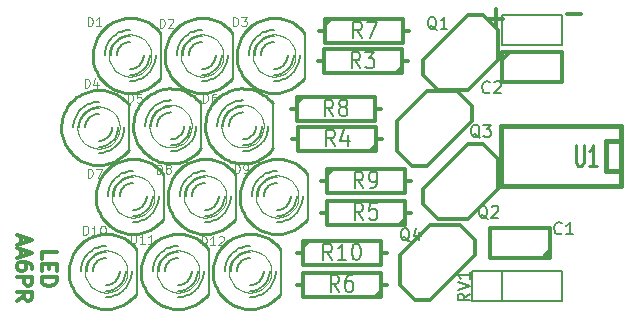
<source format=gto>
G04 (created by PCBNEW-RS274X (2011-05-25)-stable) date Wed 26 Dec 2012 09:03:40 PM EST*
G01*
G70*
G90*
%MOIN*%
G04 Gerber Fmt 3.4, Leading zero omitted, Abs format*
%FSLAX34Y34*%
G04 APERTURE LIST*
%ADD10C,0.006000*%
%ADD11C,0.012000*%
%ADD12C,0.015000*%
%ADD13C,0.008000*%
%ADD14C,0.003000*%
%ADD15C,0.010000*%
%ADD16C,0.011300*%
%ADD17C,0.003500*%
G04 APERTURE END LIST*
G54D10*
G54D11*
X63948Y-34329D02*
X63948Y-34091D01*
X64448Y-34091D01*
X64210Y-34496D02*
X64210Y-34663D01*
X63948Y-34734D02*
X63948Y-34496D01*
X64448Y-34496D01*
X64448Y-34734D01*
X63948Y-34948D02*
X64448Y-34948D01*
X64448Y-35067D01*
X64424Y-35139D01*
X64376Y-35186D01*
X64329Y-35210D01*
X64233Y-35234D01*
X64162Y-35234D01*
X64067Y-35210D01*
X64019Y-35186D01*
X63971Y-35139D01*
X63948Y-35067D01*
X63948Y-34948D01*
X63270Y-33578D02*
X63270Y-33816D01*
X63128Y-33531D02*
X63628Y-33697D01*
X63128Y-33864D01*
X63270Y-34007D02*
X63270Y-34245D01*
X63128Y-33960D02*
X63628Y-34126D01*
X63128Y-34293D01*
X63628Y-34674D02*
X63628Y-34579D01*
X63604Y-34531D01*
X63580Y-34508D01*
X63509Y-34460D01*
X63413Y-34436D01*
X63223Y-34436D01*
X63175Y-34460D01*
X63151Y-34484D01*
X63128Y-34531D01*
X63128Y-34627D01*
X63151Y-34674D01*
X63175Y-34698D01*
X63223Y-34722D01*
X63342Y-34722D01*
X63390Y-34698D01*
X63413Y-34674D01*
X63437Y-34627D01*
X63437Y-34531D01*
X63413Y-34484D01*
X63390Y-34460D01*
X63342Y-34436D01*
X63128Y-34936D02*
X63628Y-34936D01*
X63628Y-35127D01*
X63604Y-35174D01*
X63580Y-35198D01*
X63532Y-35222D01*
X63461Y-35222D01*
X63413Y-35198D01*
X63390Y-35174D01*
X63366Y-35127D01*
X63366Y-34936D01*
X63128Y-35722D02*
X63366Y-35555D01*
X63128Y-35436D02*
X63628Y-35436D01*
X63628Y-35627D01*
X63604Y-35674D01*
X63580Y-35698D01*
X63532Y-35722D01*
X63461Y-35722D01*
X63413Y-35698D01*
X63390Y-35674D01*
X63366Y-35627D01*
X63366Y-35436D01*
X81472Y-26169D02*
X81929Y-26169D01*
X78872Y-26319D02*
X79329Y-26319D01*
X79100Y-26624D02*
X79100Y-26014D01*
X76900Y-35700D02*
X78400Y-34200D01*
X78400Y-34200D02*
X78400Y-33700D01*
X78400Y-33700D02*
X77900Y-33200D01*
X77900Y-33200D02*
X76900Y-33200D01*
X76900Y-33200D02*
X75900Y-34200D01*
X75900Y-34200D02*
X75900Y-35200D01*
X75900Y-35200D02*
X76400Y-35700D01*
X76400Y-35700D02*
X76900Y-35700D01*
X78150Y-30500D02*
X76650Y-32000D01*
X76650Y-32000D02*
X76650Y-32500D01*
X76650Y-32500D02*
X77150Y-33000D01*
X77150Y-33000D02*
X78150Y-33000D01*
X78150Y-33000D02*
X79150Y-32000D01*
X79150Y-32000D02*
X79150Y-31000D01*
X79150Y-31000D02*
X78650Y-30500D01*
X78650Y-30500D02*
X78150Y-30500D01*
X76800Y-31250D02*
X78300Y-29750D01*
X78300Y-29750D02*
X78300Y-29250D01*
X78300Y-29250D02*
X77800Y-28750D01*
X77800Y-28750D02*
X76800Y-28750D01*
X76800Y-28750D02*
X75800Y-29750D01*
X75800Y-29750D02*
X75800Y-30750D01*
X75800Y-30750D02*
X76300Y-31250D01*
X76300Y-31250D02*
X76800Y-31250D01*
X78150Y-26200D02*
X76650Y-27700D01*
X76650Y-27700D02*
X76650Y-28200D01*
X76650Y-28200D02*
X77150Y-28700D01*
X77150Y-28700D02*
X78150Y-28700D01*
X78150Y-28700D02*
X79150Y-27700D01*
X79150Y-27700D02*
X79150Y-26700D01*
X79150Y-26700D02*
X78650Y-26200D01*
X78650Y-26200D02*
X78150Y-26200D01*
X80880Y-34300D02*
X78900Y-34300D01*
X78900Y-34300D02*
X78900Y-33300D01*
X78900Y-33300D02*
X80900Y-33300D01*
X80900Y-33300D02*
X80900Y-34300D01*
X80900Y-34050D02*
X80650Y-34300D01*
X79320Y-27450D02*
X81300Y-27450D01*
X81300Y-27450D02*
X81300Y-28450D01*
X81300Y-28450D02*
X79300Y-28450D01*
X79300Y-28450D02*
X79300Y-27450D01*
X79300Y-27700D02*
X79550Y-27450D01*
G54D12*
X83250Y-31400D02*
X82750Y-31400D01*
X82750Y-31400D02*
X82750Y-30400D01*
X82750Y-30400D02*
X83250Y-30400D01*
X83250Y-31900D02*
X79250Y-31900D01*
X79250Y-31900D02*
X79250Y-29900D01*
X79250Y-29900D02*
X83250Y-29900D01*
X83250Y-29900D02*
X83250Y-31900D01*
G54D10*
X79300Y-27200D02*
X79300Y-26200D01*
X79300Y-26200D02*
X81300Y-26200D01*
X81300Y-26200D02*
X81300Y-27200D01*
X81300Y-27200D02*
X79300Y-27200D01*
X78300Y-35750D02*
X78300Y-34750D01*
X78300Y-34750D02*
X81300Y-34750D01*
X81300Y-34750D02*
X81300Y-35750D01*
X81300Y-35750D02*
X78300Y-35750D01*
X79300Y-34750D02*
X79300Y-35750D01*
G54D11*
X76150Y-27750D02*
X75950Y-27750D01*
X73150Y-27750D02*
X73350Y-27750D01*
X73350Y-27750D02*
X73350Y-28150D01*
X73350Y-28150D02*
X75950Y-28150D01*
X75950Y-28150D02*
X75950Y-27350D01*
X75950Y-27350D02*
X73350Y-27350D01*
X73350Y-27350D02*
X73350Y-27750D01*
X75950Y-27950D02*
X75750Y-28150D01*
X75300Y-30350D02*
X75100Y-30350D01*
X72300Y-30350D02*
X72500Y-30350D01*
X72500Y-30350D02*
X72500Y-30750D01*
X72500Y-30750D02*
X75100Y-30750D01*
X75100Y-30750D02*
X75100Y-29950D01*
X75100Y-29950D02*
X72500Y-29950D01*
X72500Y-29950D02*
X72500Y-30350D01*
X75100Y-30550D02*
X74900Y-30750D01*
X76250Y-32800D02*
X76050Y-32800D01*
X73250Y-32800D02*
X73450Y-32800D01*
X73450Y-32800D02*
X73450Y-33200D01*
X73450Y-33200D02*
X76050Y-33200D01*
X76050Y-33200D02*
X76050Y-32400D01*
X76050Y-32400D02*
X73450Y-32400D01*
X73450Y-32400D02*
X73450Y-32800D01*
X76050Y-33000D02*
X75850Y-33200D01*
X75450Y-35200D02*
X75250Y-35200D01*
X72450Y-35200D02*
X72650Y-35200D01*
X72650Y-35200D02*
X72650Y-35600D01*
X72650Y-35600D02*
X75250Y-35600D01*
X75250Y-35600D02*
X75250Y-34800D01*
X75250Y-34800D02*
X72650Y-34800D01*
X72650Y-34800D02*
X72650Y-35200D01*
X75250Y-35400D02*
X75050Y-35600D01*
X73200Y-26750D02*
X73400Y-26750D01*
X76200Y-26750D02*
X76000Y-26750D01*
X76000Y-26750D02*
X76000Y-26350D01*
X76000Y-26350D02*
X73400Y-26350D01*
X73400Y-26350D02*
X73400Y-27150D01*
X73400Y-27150D02*
X76000Y-27150D01*
X76000Y-27150D02*
X76000Y-26750D01*
X73400Y-26550D02*
X73600Y-26350D01*
X72250Y-29350D02*
X72450Y-29350D01*
X75250Y-29350D02*
X75050Y-29350D01*
X75050Y-29350D02*
X75050Y-28950D01*
X75050Y-28950D02*
X72450Y-28950D01*
X72450Y-28950D02*
X72450Y-29750D01*
X72450Y-29750D02*
X75050Y-29750D01*
X75050Y-29750D02*
X75050Y-29350D01*
X72450Y-29150D02*
X72650Y-28950D01*
X73250Y-31750D02*
X73450Y-31750D01*
X76250Y-31750D02*
X76050Y-31750D01*
X76050Y-31750D02*
X76050Y-31350D01*
X76050Y-31350D02*
X73450Y-31350D01*
X73450Y-31350D02*
X73450Y-32150D01*
X73450Y-32150D02*
X76050Y-32150D01*
X76050Y-32150D02*
X76050Y-31750D01*
X73450Y-31550D02*
X73650Y-31350D01*
X72450Y-34150D02*
X72650Y-34150D01*
X75450Y-34150D02*
X75250Y-34150D01*
X75250Y-34150D02*
X75250Y-33750D01*
X75250Y-33750D02*
X72650Y-33750D01*
X72650Y-33750D02*
X72650Y-34550D01*
X72650Y-34550D02*
X75250Y-34550D01*
X75250Y-34550D02*
X75250Y-34150D01*
X72650Y-33950D02*
X72850Y-33750D01*
G54D13*
X68020Y-33000D02*
X68020Y-31500D01*
G54D14*
X67707Y-32250D02*
X67693Y-32387D01*
X67653Y-32519D01*
X67588Y-32641D01*
X67501Y-32748D01*
X67395Y-32836D01*
X67273Y-32901D01*
X67142Y-32942D01*
X67004Y-32956D01*
X66868Y-32944D01*
X66736Y-32905D01*
X66613Y-32841D01*
X66506Y-32755D01*
X66417Y-32649D01*
X66351Y-32528D01*
X66309Y-32396D01*
X66294Y-32259D01*
X66305Y-32123D01*
X66343Y-31990D01*
X66406Y-31868D01*
X66492Y-31759D01*
X66597Y-31670D01*
X66717Y-31603D01*
X66849Y-31560D01*
X66986Y-31544D01*
X67122Y-31554D01*
X67255Y-31591D01*
X67378Y-31654D01*
X67487Y-31739D01*
X67577Y-31843D01*
X67645Y-31963D01*
X67689Y-32094D01*
X67706Y-32231D01*
X67707Y-32250D01*
G54D15*
X67999Y-31500D02*
X67930Y-31416D01*
X67854Y-31338D01*
X67771Y-31267D01*
X67682Y-31203D01*
X67588Y-31148D01*
X67490Y-31101D01*
X67388Y-31062D01*
X67283Y-31033D01*
X67176Y-31013D01*
X67067Y-31002D01*
X66959Y-31001D01*
X66850Y-31010D01*
X66743Y-31027D01*
X66637Y-31054D01*
X66534Y-31091D01*
X66435Y-31136D01*
X66340Y-31189D01*
X66250Y-31251D01*
X66166Y-31320D01*
X66088Y-31396D01*
X66017Y-31479D01*
X65953Y-31568D01*
X65898Y-31662D01*
X65851Y-31760D01*
X65812Y-31862D01*
X65783Y-31967D01*
X65763Y-32074D01*
X65752Y-32183D01*
X65751Y-32291D01*
X65760Y-32400D01*
X65777Y-32507D01*
X65804Y-32613D01*
X65841Y-32716D01*
X65886Y-32815D01*
X65939Y-32910D01*
X66001Y-33000D01*
X66070Y-33084D01*
X66146Y-33162D01*
X66229Y-33233D01*
X66318Y-33297D01*
X66412Y-33352D01*
X66510Y-33399D01*
X66612Y-33438D01*
X66717Y-33467D01*
X66824Y-33487D01*
X66933Y-33498D01*
X67041Y-33499D01*
X67150Y-33490D01*
X67257Y-33473D01*
X67363Y-33446D01*
X67466Y-33409D01*
X67565Y-33364D01*
X67660Y-33311D01*
X67750Y-33249D01*
X67834Y-33180D01*
X67912Y-33104D01*
X67983Y-33021D01*
X67999Y-33000D01*
G54D10*
X67000Y-31800D02*
X66961Y-31802D01*
X66922Y-31807D01*
X66884Y-31816D01*
X66847Y-31828D01*
X66810Y-31843D01*
X66776Y-31861D01*
X66742Y-31882D01*
X66711Y-31906D01*
X66682Y-31932D01*
X66656Y-31961D01*
X66632Y-31992D01*
X66611Y-32026D01*
X66593Y-32060D01*
X66578Y-32097D01*
X66566Y-32134D01*
X66557Y-32172D01*
X66552Y-32211D01*
X66550Y-32250D01*
X67000Y-32700D02*
X67039Y-32698D01*
X67078Y-32693D01*
X67116Y-32684D01*
X67153Y-32672D01*
X67190Y-32657D01*
X67225Y-32639D01*
X67258Y-32618D01*
X67289Y-32594D01*
X67318Y-32568D01*
X67344Y-32539D01*
X67368Y-32508D01*
X67389Y-32474D01*
X67407Y-32440D01*
X67422Y-32403D01*
X67434Y-32366D01*
X67443Y-32328D01*
X67448Y-32289D01*
X67450Y-32250D01*
X67000Y-31600D02*
X66944Y-31603D01*
X66888Y-31610D01*
X66832Y-31623D01*
X66778Y-31640D01*
X66726Y-31661D01*
X66676Y-31688D01*
X66628Y-31718D01*
X66583Y-31753D01*
X66541Y-31791D01*
X66503Y-31833D01*
X66468Y-31878D01*
X66438Y-31926D01*
X66411Y-31976D01*
X66390Y-32028D01*
X66373Y-32082D01*
X66360Y-32138D01*
X66353Y-32194D01*
X66350Y-32250D01*
X67000Y-32900D02*
X67056Y-32897D01*
X67112Y-32890D01*
X67168Y-32877D01*
X67222Y-32860D01*
X67274Y-32839D01*
X67325Y-32812D01*
X67372Y-32782D01*
X67417Y-32747D01*
X67459Y-32709D01*
X67497Y-32667D01*
X67532Y-32622D01*
X67562Y-32574D01*
X67589Y-32524D01*
X67610Y-32472D01*
X67627Y-32418D01*
X67640Y-32362D01*
X67647Y-32306D01*
X67650Y-32250D01*
X67000Y-31400D02*
X66926Y-31404D01*
X66853Y-31413D01*
X66781Y-31429D01*
X66710Y-31452D01*
X66641Y-31480D01*
X66576Y-31514D01*
X66513Y-31554D01*
X66454Y-31599D01*
X66399Y-31649D01*
X66349Y-31704D01*
X66304Y-31763D01*
X66264Y-31826D01*
X66230Y-31891D01*
X66202Y-31960D01*
X66179Y-32031D01*
X66163Y-32103D01*
X66154Y-32176D01*
X66150Y-32250D01*
X67000Y-33100D02*
X67074Y-33096D01*
X67147Y-33087D01*
X67219Y-33071D01*
X67290Y-33048D01*
X67359Y-33020D01*
X67425Y-32986D01*
X67487Y-32946D01*
X67546Y-32901D01*
X67601Y-32851D01*
X67651Y-32796D01*
X67696Y-32737D01*
X67736Y-32674D01*
X67770Y-32609D01*
X67798Y-32540D01*
X67821Y-32469D01*
X67837Y-32397D01*
X67846Y-32324D01*
X67850Y-32250D01*
G54D13*
X71920Y-35500D02*
X71920Y-34000D01*
G54D14*
X71607Y-34750D02*
X71593Y-34887D01*
X71553Y-35019D01*
X71488Y-35141D01*
X71401Y-35248D01*
X71295Y-35336D01*
X71173Y-35401D01*
X71042Y-35442D01*
X70904Y-35456D01*
X70768Y-35444D01*
X70636Y-35405D01*
X70513Y-35341D01*
X70406Y-35255D01*
X70317Y-35149D01*
X70251Y-35028D01*
X70209Y-34896D01*
X70194Y-34759D01*
X70205Y-34623D01*
X70243Y-34490D01*
X70306Y-34368D01*
X70392Y-34259D01*
X70497Y-34170D01*
X70617Y-34103D01*
X70749Y-34060D01*
X70886Y-34044D01*
X71022Y-34054D01*
X71155Y-34091D01*
X71278Y-34154D01*
X71387Y-34239D01*
X71477Y-34343D01*
X71545Y-34463D01*
X71589Y-34594D01*
X71606Y-34731D01*
X71607Y-34750D01*
G54D15*
X71899Y-34000D02*
X71830Y-33916D01*
X71754Y-33838D01*
X71671Y-33767D01*
X71582Y-33703D01*
X71488Y-33648D01*
X71390Y-33601D01*
X71288Y-33562D01*
X71183Y-33533D01*
X71076Y-33513D01*
X70967Y-33502D01*
X70859Y-33501D01*
X70750Y-33510D01*
X70643Y-33527D01*
X70537Y-33554D01*
X70434Y-33591D01*
X70335Y-33636D01*
X70240Y-33689D01*
X70150Y-33751D01*
X70066Y-33820D01*
X69988Y-33896D01*
X69917Y-33979D01*
X69853Y-34068D01*
X69798Y-34162D01*
X69751Y-34260D01*
X69712Y-34362D01*
X69683Y-34467D01*
X69663Y-34574D01*
X69652Y-34683D01*
X69651Y-34791D01*
X69660Y-34900D01*
X69677Y-35007D01*
X69704Y-35113D01*
X69741Y-35216D01*
X69786Y-35315D01*
X69839Y-35410D01*
X69901Y-35500D01*
X69970Y-35584D01*
X70046Y-35662D01*
X70129Y-35733D01*
X70218Y-35797D01*
X70312Y-35852D01*
X70410Y-35899D01*
X70512Y-35938D01*
X70617Y-35967D01*
X70724Y-35987D01*
X70833Y-35998D01*
X70941Y-35999D01*
X71050Y-35990D01*
X71157Y-35973D01*
X71263Y-35946D01*
X71366Y-35909D01*
X71465Y-35864D01*
X71560Y-35811D01*
X71650Y-35749D01*
X71734Y-35680D01*
X71812Y-35604D01*
X71883Y-35521D01*
X71899Y-35500D01*
G54D10*
X70900Y-34300D02*
X70861Y-34302D01*
X70822Y-34307D01*
X70784Y-34316D01*
X70747Y-34328D01*
X70710Y-34343D01*
X70676Y-34361D01*
X70642Y-34382D01*
X70611Y-34406D01*
X70582Y-34432D01*
X70556Y-34461D01*
X70532Y-34492D01*
X70511Y-34526D01*
X70493Y-34560D01*
X70478Y-34597D01*
X70466Y-34634D01*
X70457Y-34672D01*
X70452Y-34711D01*
X70450Y-34750D01*
X70900Y-35200D02*
X70939Y-35198D01*
X70978Y-35193D01*
X71016Y-35184D01*
X71053Y-35172D01*
X71090Y-35157D01*
X71125Y-35139D01*
X71158Y-35118D01*
X71189Y-35094D01*
X71218Y-35068D01*
X71244Y-35039D01*
X71268Y-35008D01*
X71289Y-34974D01*
X71307Y-34940D01*
X71322Y-34903D01*
X71334Y-34866D01*
X71343Y-34828D01*
X71348Y-34789D01*
X71350Y-34750D01*
X70900Y-34100D02*
X70844Y-34103D01*
X70788Y-34110D01*
X70732Y-34123D01*
X70678Y-34140D01*
X70626Y-34161D01*
X70576Y-34188D01*
X70528Y-34218D01*
X70483Y-34253D01*
X70441Y-34291D01*
X70403Y-34333D01*
X70368Y-34378D01*
X70338Y-34426D01*
X70311Y-34476D01*
X70290Y-34528D01*
X70273Y-34582D01*
X70260Y-34638D01*
X70253Y-34694D01*
X70250Y-34750D01*
X70900Y-35400D02*
X70956Y-35397D01*
X71012Y-35390D01*
X71068Y-35377D01*
X71122Y-35360D01*
X71174Y-35339D01*
X71225Y-35312D01*
X71272Y-35282D01*
X71317Y-35247D01*
X71359Y-35209D01*
X71397Y-35167D01*
X71432Y-35122D01*
X71462Y-35074D01*
X71489Y-35024D01*
X71510Y-34972D01*
X71527Y-34918D01*
X71540Y-34862D01*
X71547Y-34806D01*
X71550Y-34750D01*
X70900Y-33900D02*
X70826Y-33904D01*
X70753Y-33913D01*
X70681Y-33929D01*
X70610Y-33952D01*
X70541Y-33980D01*
X70476Y-34014D01*
X70413Y-34054D01*
X70354Y-34099D01*
X70299Y-34149D01*
X70249Y-34204D01*
X70204Y-34263D01*
X70164Y-34326D01*
X70130Y-34391D01*
X70102Y-34460D01*
X70079Y-34531D01*
X70063Y-34603D01*
X70054Y-34676D01*
X70050Y-34750D01*
X70900Y-35600D02*
X70974Y-35596D01*
X71047Y-35587D01*
X71119Y-35571D01*
X71190Y-35548D01*
X71259Y-35520D01*
X71325Y-35486D01*
X71387Y-35446D01*
X71446Y-35401D01*
X71501Y-35351D01*
X71551Y-35296D01*
X71596Y-35237D01*
X71636Y-35174D01*
X71670Y-35109D01*
X71698Y-35040D01*
X71721Y-34969D01*
X71737Y-34897D01*
X71746Y-34824D01*
X71750Y-34750D01*
G54D13*
X69520Y-35500D02*
X69520Y-34000D01*
G54D14*
X69207Y-34750D02*
X69193Y-34887D01*
X69153Y-35019D01*
X69088Y-35141D01*
X69001Y-35248D01*
X68895Y-35336D01*
X68773Y-35401D01*
X68642Y-35442D01*
X68504Y-35456D01*
X68368Y-35444D01*
X68236Y-35405D01*
X68113Y-35341D01*
X68006Y-35255D01*
X67917Y-35149D01*
X67851Y-35028D01*
X67809Y-34896D01*
X67794Y-34759D01*
X67805Y-34623D01*
X67843Y-34490D01*
X67906Y-34368D01*
X67992Y-34259D01*
X68097Y-34170D01*
X68217Y-34103D01*
X68349Y-34060D01*
X68486Y-34044D01*
X68622Y-34054D01*
X68755Y-34091D01*
X68878Y-34154D01*
X68987Y-34239D01*
X69077Y-34343D01*
X69145Y-34463D01*
X69189Y-34594D01*
X69206Y-34731D01*
X69207Y-34750D01*
G54D15*
X69499Y-34000D02*
X69430Y-33916D01*
X69354Y-33838D01*
X69271Y-33767D01*
X69182Y-33703D01*
X69088Y-33648D01*
X68990Y-33601D01*
X68888Y-33562D01*
X68783Y-33533D01*
X68676Y-33513D01*
X68567Y-33502D01*
X68459Y-33501D01*
X68350Y-33510D01*
X68243Y-33527D01*
X68137Y-33554D01*
X68034Y-33591D01*
X67935Y-33636D01*
X67840Y-33689D01*
X67750Y-33751D01*
X67666Y-33820D01*
X67588Y-33896D01*
X67517Y-33979D01*
X67453Y-34068D01*
X67398Y-34162D01*
X67351Y-34260D01*
X67312Y-34362D01*
X67283Y-34467D01*
X67263Y-34574D01*
X67252Y-34683D01*
X67251Y-34791D01*
X67260Y-34900D01*
X67277Y-35007D01*
X67304Y-35113D01*
X67341Y-35216D01*
X67386Y-35315D01*
X67439Y-35410D01*
X67501Y-35500D01*
X67570Y-35584D01*
X67646Y-35662D01*
X67729Y-35733D01*
X67818Y-35797D01*
X67912Y-35852D01*
X68010Y-35899D01*
X68112Y-35938D01*
X68217Y-35967D01*
X68324Y-35987D01*
X68433Y-35998D01*
X68541Y-35999D01*
X68650Y-35990D01*
X68757Y-35973D01*
X68863Y-35946D01*
X68966Y-35909D01*
X69065Y-35864D01*
X69160Y-35811D01*
X69250Y-35749D01*
X69334Y-35680D01*
X69412Y-35604D01*
X69483Y-35521D01*
X69499Y-35500D01*
G54D10*
X68500Y-34300D02*
X68461Y-34302D01*
X68422Y-34307D01*
X68384Y-34316D01*
X68347Y-34328D01*
X68310Y-34343D01*
X68276Y-34361D01*
X68242Y-34382D01*
X68211Y-34406D01*
X68182Y-34432D01*
X68156Y-34461D01*
X68132Y-34492D01*
X68111Y-34526D01*
X68093Y-34560D01*
X68078Y-34597D01*
X68066Y-34634D01*
X68057Y-34672D01*
X68052Y-34711D01*
X68050Y-34750D01*
X68500Y-35200D02*
X68539Y-35198D01*
X68578Y-35193D01*
X68616Y-35184D01*
X68653Y-35172D01*
X68690Y-35157D01*
X68725Y-35139D01*
X68758Y-35118D01*
X68789Y-35094D01*
X68818Y-35068D01*
X68844Y-35039D01*
X68868Y-35008D01*
X68889Y-34974D01*
X68907Y-34940D01*
X68922Y-34903D01*
X68934Y-34866D01*
X68943Y-34828D01*
X68948Y-34789D01*
X68950Y-34750D01*
X68500Y-34100D02*
X68444Y-34103D01*
X68388Y-34110D01*
X68332Y-34123D01*
X68278Y-34140D01*
X68226Y-34161D01*
X68176Y-34188D01*
X68128Y-34218D01*
X68083Y-34253D01*
X68041Y-34291D01*
X68003Y-34333D01*
X67968Y-34378D01*
X67938Y-34426D01*
X67911Y-34476D01*
X67890Y-34528D01*
X67873Y-34582D01*
X67860Y-34638D01*
X67853Y-34694D01*
X67850Y-34750D01*
X68500Y-35400D02*
X68556Y-35397D01*
X68612Y-35390D01*
X68668Y-35377D01*
X68722Y-35360D01*
X68774Y-35339D01*
X68825Y-35312D01*
X68872Y-35282D01*
X68917Y-35247D01*
X68959Y-35209D01*
X68997Y-35167D01*
X69032Y-35122D01*
X69062Y-35074D01*
X69089Y-35024D01*
X69110Y-34972D01*
X69127Y-34918D01*
X69140Y-34862D01*
X69147Y-34806D01*
X69150Y-34750D01*
X68500Y-33900D02*
X68426Y-33904D01*
X68353Y-33913D01*
X68281Y-33929D01*
X68210Y-33952D01*
X68141Y-33980D01*
X68076Y-34014D01*
X68013Y-34054D01*
X67954Y-34099D01*
X67899Y-34149D01*
X67849Y-34204D01*
X67804Y-34263D01*
X67764Y-34326D01*
X67730Y-34391D01*
X67702Y-34460D01*
X67679Y-34531D01*
X67663Y-34603D01*
X67654Y-34676D01*
X67650Y-34750D01*
X68500Y-35600D02*
X68574Y-35596D01*
X68647Y-35587D01*
X68719Y-35571D01*
X68790Y-35548D01*
X68859Y-35520D01*
X68925Y-35486D01*
X68987Y-35446D01*
X69046Y-35401D01*
X69101Y-35351D01*
X69151Y-35296D01*
X69196Y-35237D01*
X69236Y-35174D01*
X69270Y-35109D01*
X69298Y-35040D01*
X69321Y-34969D01*
X69337Y-34897D01*
X69346Y-34824D01*
X69350Y-34750D01*
G54D13*
X67120Y-35500D02*
X67120Y-34000D01*
G54D14*
X66807Y-34750D02*
X66793Y-34887D01*
X66753Y-35019D01*
X66688Y-35141D01*
X66601Y-35248D01*
X66495Y-35336D01*
X66373Y-35401D01*
X66242Y-35442D01*
X66104Y-35456D01*
X65968Y-35444D01*
X65836Y-35405D01*
X65713Y-35341D01*
X65606Y-35255D01*
X65517Y-35149D01*
X65451Y-35028D01*
X65409Y-34896D01*
X65394Y-34759D01*
X65405Y-34623D01*
X65443Y-34490D01*
X65506Y-34368D01*
X65592Y-34259D01*
X65697Y-34170D01*
X65817Y-34103D01*
X65949Y-34060D01*
X66086Y-34044D01*
X66222Y-34054D01*
X66355Y-34091D01*
X66478Y-34154D01*
X66587Y-34239D01*
X66677Y-34343D01*
X66745Y-34463D01*
X66789Y-34594D01*
X66806Y-34731D01*
X66807Y-34750D01*
G54D15*
X67099Y-34000D02*
X67030Y-33916D01*
X66954Y-33838D01*
X66871Y-33767D01*
X66782Y-33703D01*
X66688Y-33648D01*
X66590Y-33601D01*
X66488Y-33562D01*
X66383Y-33533D01*
X66276Y-33513D01*
X66167Y-33502D01*
X66059Y-33501D01*
X65950Y-33510D01*
X65843Y-33527D01*
X65737Y-33554D01*
X65634Y-33591D01*
X65535Y-33636D01*
X65440Y-33689D01*
X65350Y-33751D01*
X65266Y-33820D01*
X65188Y-33896D01*
X65117Y-33979D01*
X65053Y-34068D01*
X64998Y-34162D01*
X64951Y-34260D01*
X64912Y-34362D01*
X64883Y-34467D01*
X64863Y-34574D01*
X64852Y-34683D01*
X64851Y-34791D01*
X64860Y-34900D01*
X64877Y-35007D01*
X64904Y-35113D01*
X64941Y-35216D01*
X64986Y-35315D01*
X65039Y-35410D01*
X65101Y-35500D01*
X65170Y-35584D01*
X65246Y-35662D01*
X65329Y-35733D01*
X65418Y-35797D01*
X65512Y-35852D01*
X65610Y-35899D01*
X65712Y-35938D01*
X65817Y-35967D01*
X65924Y-35987D01*
X66033Y-35998D01*
X66141Y-35999D01*
X66250Y-35990D01*
X66357Y-35973D01*
X66463Y-35946D01*
X66566Y-35909D01*
X66665Y-35864D01*
X66760Y-35811D01*
X66850Y-35749D01*
X66934Y-35680D01*
X67012Y-35604D01*
X67083Y-35521D01*
X67099Y-35500D01*
G54D10*
X66100Y-34300D02*
X66061Y-34302D01*
X66022Y-34307D01*
X65984Y-34316D01*
X65947Y-34328D01*
X65910Y-34343D01*
X65876Y-34361D01*
X65842Y-34382D01*
X65811Y-34406D01*
X65782Y-34432D01*
X65756Y-34461D01*
X65732Y-34492D01*
X65711Y-34526D01*
X65693Y-34560D01*
X65678Y-34597D01*
X65666Y-34634D01*
X65657Y-34672D01*
X65652Y-34711D01*
X65650Y-34750D01*
X66100Y-35200D02*
X66139Y-35198D01*
X66178Y-35193D01*
X66216Y-35184D01*
X66253Y-35172D01*
X66290Y-35157D01*
X66325Y-35139D01*
X66358Y-35118D01*
X66389Y-35094D01*
X66418Y-35068D01*
X66444Y-35039D01*
X66468Y-35008D01*
X66489Y-34974D01*
X66507Y-34940D01*
X66522Y-34903D01*
X66534Y-34866D01*
X66543Y-34828D01*
X66548Y-34789D01*
X66550Y-34750D01*
X66100Y-34100D02*
X66044Y-34103D01*
X65988Y-34110D01*
X65932Y-34123D01*
X65878Y-34140D01*
X65826Y-34161D01*
X65776Y-34188D01*
X65728Y-34218D01*
X65683Y-34253D01*
X65641Y-34291D01*
X65603Y-34333D01*
X65568Y-34378D01*
X65538Y-34426D01*
X65511Y-34476D01*
X65490Y-34528D01*
X65473Y-34582D01*
X65460Y-34638D01*
X65453Y-34694D01*
X65450Y-34750D01*
X66100Y-35400D02*
X66156Y-35397D01*
X66212Y-35390D01*
X66268Y-35377D01*
X66322Y-35360D01*
X66374Y-35339D01*
X66425Y-35312D01*
X66472Y-35282D01*
X66517Y-35247D01*
X66559Y-35209D01*
X66597Y-35167D01*
X66632Y-35122D01*
X66662Y-35074D01*
X66689Y-35024D01*
X66710Y-34972D01*
X66727Y-34918D01*
X66740Y-34862D01*
X66747Y-34806D01*
X66750Y-34750D01*
X66100Y-33900D02*
X66026Y-33904D01*
X65953Y-33913D01*
X65881Y-33929D01*
X65810Y-33952D01*
X65741Y-33980D01*
X65676Y-34014D01*
X65613Y-34054D01*
X65554Y-34099D01*
X65499Y-34149D01*
X65449Y-34204D01*
X65404Y-34263D01*
X65364Y-34326D01*
X65330Y-34391D01*
X65302Y-34460D01*
X65279Y-34531D01*
X65263Y-34603D01*
X65254Y-34676D01*
X65250Y-34750D01*
X66100Y-35600D02*
X66174Y-35596D01*
X66247Y-35587D01*
X66319Y-35571D01*
X66390Y-35548D01*
X66459Y-35520D01*
X66525Y-35486D01*
X66587Y-35446D01*
X66646Y-35401D01*
X66701Y-35351D01*
X66751Y-35296D01*
X66796Y-35237D01*
X66836Y-35174D01*
X66870Y-35109D01*
X66898Y-35040D01*
X66921Y-34969D01*
X66937Y-34897D01*
X66946Y-34824D01*
X66950Y-34750D01*
G54D13*
X72820Y-33000D02*
X72820Y-31500D01*
G54D14*
X72507Y-32250D02*
X72493Y-32387D01*
X72453Y-32519D01*
X72388Y-32641D01*
X72301Y-32748D01*
X72195Y-32836D01*
X72073Y-32901D01*
X71942Y-32942D01*
X71804Y-32956D01*
X71668Y-32944D01*
X71536Y-32905D01*
X71413Y-32841D01*
X71306Y-32755D01*
X71217Y-32649D01*
X71151Y-32528D01*
X71109Y-32396D01*
X71094Y-32259D01*
X71105Y-32123D01*
X71143Y-31990D01*
X71206Y-31868D01*
X71292Y-31759D01*
X71397Y-31670D01*
X71517Y-31603D01*
X71649Y-31560D01*
X71786Y-31544D01*
X71922Y-31554D01*
X72055Y-31591D01*
X72178Y-31654D01*
X72287Y-31739D01*
X72377Y-31843D01*
X72445Y-31963D01*
X72489Y-32094D01*
X72506Y-32231D01*
X72507Y-32250D01*
G54D15*
X72799Y-31500D02*
X72730Y-31416D01*
X72654Y-31338D01*
X72571Y-31267D01*
X72482Y-31203D01*
X72388Y-31148D01*
X72290Y-31101D01*
X72188Y-31062D01*
X72083Y-31033D01*
X71976Y-31013D01*
X71867Y-31002D01*
X71759Y-31001D01*
X71650Y-31010D01*
X71543Y-31027D01*
X71437Y-31054D01*
X71334Y-31091D01*
X71235Y-31136D01*
X71140Y-31189D01*
X71050Y-31251D01*
X70966Y-31320D01*
X70888Y-31396D01*
X70817Y-31479D01*
X70753Y-31568D01*
X70698Y-31662D01*
X70651Y-31760D01*
X70612Y-31862D01*
X70583Y-31967D01*
X70563Y-32074D01*
X70552Y-32183D01*
X70551Y-32291D01*
X70560Y-32400D01*
X70577Y-32507D01*
X70604Y-32613D01*
X70641Y-32716D01*
X70686Y-32815D01*
X70739Y-32910D01*
X70801Y-33000D01*
X70870Y-33084D01*
X70946Y-33162D01*
X71029Y-33233D01*
X71118Y-33297D01*
X71212Y-33352D01*
X71310Y-33399D01*
X71412Y-33438D01*
X71517Y-33467D01*
X71624Y-33487D01*
X71733Y-33498D01*
X71841Y-33499D01*
X71950Y-33490D01*
X72057Y-33473D01*
X72163Y-33446D01*
X72266Y-33409D01*
X72365Y-33364D01*
X72460Y-33311D01*
X72550Y-33249D01*
X72634Y-33180D01*
X72712Y-33104D01*
X72783Y-33021D01*
X72799Y-33000D01*
G54D10*
X71800Y-31800D02*
X71761Y-31802D01*
X71722Y-31807D01*
X71684Y-31816D01*
X71647Y-31828D01*
X71610Y-31843D01*
X71576Y-31861D01*
X71542Y-31882D01*
X71511Y-31906D01*
X71482Y-31932D01*
X71456Y-31961D01*
X71432Y-31992D01*
X71411Y-32026D01*
X71393Y-32060D01*
X71378Y-32097D01*
X71366Y-32134D01*
X71357Y-32172D01*
X71352Y-32211D01*
X71350Y-32250D01*
X71800Y-32700D02*
X71839Y-32698D01*
X71878Y-32693D01*
X71916Y-32684D01*
X71953Y-32672D01*
X71990Y-32657D01*
X72025Y-32639D01*
X72058Y-32618D01*
X72089Y-32594D01*
X72118Y-32568D01*
X72144Y-32539D01*
X72168Y-32508D01*
X72189Y-32474D01*
X72207Y-32440D01*
X72222Y-32403D01*
X72234Y-32366D01*
X72243Y-32328D01*
X72248Y-32289D01*
X72250Y-32250D01*
X71800Y-31600D02*
X71744Y-31603D01*
X71688Y-31610D01*
X71632Y-31623D01*
X71578Y-31640D01*
X71526Y-31661D01*
X71476Y-31688D01*
X71428Y-31718D01*
X71383Y-31753D01*
X71341Y-31791D01*
X71303Y-31833D01*
X71268Y-31878D01*
X71238Y-31926D01*
X71211Y-31976D01*
X71190Y-32028D01*
X71173Y-32082D01*
X71160Y-32138D01*
X71153Y-32194D01*
X71150Y-32250D01*
X71800Y-32900D02*
X71856Y-32897D01*
X71912Y-32890D01*
X71968Y-32877D01*
X72022Y-32860D01*
X72074Y-32839D01*
X72125Y-32812D01*
X72172Y-32782D01*
X72217Y-32747D01*
X72259Y-32709D01*
X72297Y-32667D01*
X72332Y-32622D01*
X72362Y-32574D01*
X72389Y-32524D01*
X72410Y-32472D01*
X72427Y-32418D01*
X72440Y-32362D01*
X72447Y-32306D01*
X72450Y-32250D01*
X71800Y-31400D02*
X71726Y-31404D01*
X71653Y-31413D01*
X71581Y-31429D01*
X71510Y-31452D01*
X71441Y-31480D01*
X71376Y-31514D01*
X71313Y-31554D01*
X71254Y-31599D01*
X71199Y-31649D01*
X71149Y-31704D01*
X71104Y-31763D01*
X71064Y-31826D01*
X71030Y-31891D01*
X71002Y-31960D01*
X70979Y-32031D01*
X70963Y-32103D01*
X70954Y-32176D01*
X70950Y-32250D01*
X71800Y-33100D02*
X71874Y-33096D01*
X71947Y-33087D01*
X72019Y-33071D01*
X72090Y-33048D01*
X72159Y-33020D01*
X72225Y-32986D01*
X72287Y-32946D01*
X72346Y-32901D01*
X72401Y-32851D01*
X72451Y-32796D01*
X72496Y-32737D01*
X72536Y-32674D01*
X72570Y-32609D01*
X72598Y-32540D01*
X72621Y-32469D01*
X72637Y-32397D01*
X72646Y-32324D01*
X72650Y-32250D01*
G54D13*
X70420Y-33000D02*
X70420Y-31500D01*
G54D14*
X70107Y-32250D02*
X70093Y-32387D01*
X70053Y-32519D01*
X69988Y-32641D01*
X69901Y-32748D01*
X69795Y-32836D01*
X69673Y-32901D01*
X69542Y-32942D01*
X69404Y-32956D01*
X69268Y-32944D01*
X69136Y-32905D01*
X69013Y-32841D01*
X68906Y-32755D01*
X68817Y-32649D01*
X68751Y-32528D01*
X68709Y-32396D01*
X68694Y-32259D01*
X68705Y-32123D01*
X68743Y-31990D01*
X68806Y-31868D01*
X68892Y-31759D01*
X68997Y-31670D01*
X69117Y-31603D01*
X69249Y-31560D01*
X69386Y-31544D01*
X69522Y-31554D01*
X69655Y-31591D01*
X69778Y-31654D01*
X69887Y-31739D01*
X69977Y-31843D01*
X70045Y-31963D01*
X70089Y-32094D01*
X70106Y-32231D01*
X70107Y-32250D01*
G54D15*
X70399Y-31500D02*
X70330Y-31416D01*
X70254Y-31338D01*
X70171Y-31267D01*
X70082Y-31203D01*
X69988Y-31148D01*
X69890Y-31101D01*
X69788Y-31062D01*
X69683Y-31033D01*
X69576Y-31013D01*
X69467Y-31002D01*
X69359Y-31001D01*
X69250Y-31010D01*
X69143Y-31027D01*
X69037Y-31054D01*
X68934Y-31091D01*
X68835Y-31136D01*
X68740Y-31189D01*
X68650Y-31251D01*
X68566Y-31320D01*
X68488Y-31396D01*
X68417Y-31479D01*
X68353Y-31568D01*
X68298Y-31662D01*
X68251Y-31760D01*
X68212Y-31862D01*
X68183Y-31967D01*
X68163Y-32074D01*
X68152Y-32183D01*
X68151Y-32291D01*
X68160Y-32400D01*
X68177Y-32507D01*
X68204Y-32613D01*
X68241Y-32716D01*
X68286Y-32815D01*
X68339Y-32910D01*
X68401Y-33000D01*
X68470Y-33084D01*
X68546Y-33162D01*
X68629Y-33233D01*
X68718Y-33297D01*
X68812Y-33352D01*
X68910Y-33399D01*
X69012Y-33438D01*
X69117Y-33467D01*
X69224Y-33487D01*
X69333Y-33498D01*
X69441Y-33499D01*
X69550Y-33490D01*
X69657Y-33473D01*
X69763Y-33446D01*
X69866Y-33409D01*
X69965Y-33364D01*
X70060Y-33311D01*
X70150Y-33249D01*
X70234Y-33180D01*
X70312Y-33104D01*
X70383Y-33021D01*
X70399Y-33000D01*
G54D10*
X69400Y-31800D02*
X69361Y-31802D01*
X69322Y-31807D01*
X69284Y-31816D01*
X69247Y-31828D01*
X69210Y-31843D01*
X69176Y-31861D01*
X69142Y-31882D01*
X69111Y-31906D01*
X69082Y-31932D01*
X69056Y-31961D01*
X69032Y-31992D01*
X69011Y-32026D01*
X68993Y-32060D01*
X68978Y-32097D01*
X68966Y-32134D01*
X68957Y-32172D01*
X68952Y-32211D01*
X68950Y-32250D01*
X69400Y-32700D02*
X69439Y-32698D01*
X69478Y-32693D01*
X69516Y-32684D01*
X69553Y-32672D01*
X69590Y-32657D01*
X69625Y-32639D01*
X69658Y-32618D01*
X69689Y-32594D01*
X69718Y-32568D01*
X69744Y-32539D01*
X69768Y-32508D01*
X69789Y-32474D01*
X69807Y-32440D01*
X69822Y-32403D01*
X69834Y-32366D01*
X69843Y-32328D01*
X69848Y-32289D01*
X69850Y-32250D01*
X69400Y-31600D02*
X69344Y-31603D01*
X69288Y-31610D01*
X69232Y-31623D01*
X69178Y-31640D01*
X69126Y-31661D01*
X69076Y-31688D01*
X69028Y-31718D01*
X68983Y-31753D01*
X68941Y-31791D01*
X68903Y-31833D01*
X68868Y-31878D01*
X68838Y-31926D01*
X68811Y-31976D01*
X68790Y-32028D01*
X68773Y-32082D01*
X68760Y-32138D01*
X68753Y-32194D01*
X68750Y-32250D01*
X69400Y-32900D02*
X69456Y-32897D01*
X69512Y-32890D01*
X69568Y-32877D01*
X69622Y-32860D01*
X69674Y-32839D01*
X69725Y-32812D01*
X69772Y-32782D01*
X69817Y-32747D01*
X69859Y-32709D01*
X69897Y-32667D01*
X69932Y-32622D01*
X69962Y-32574D01*
X69989Y-32524D01*
X70010Y-32472D01*
X70027Y-32418D01*
X70040Y-32362D01*
X70047Y-32306D01*
X70050Y-32250D01*
X69400Y-31400D02*
X69326Y-31404D01*
X69253Y-31413D01*
X69181Y-31429D01*
X69110Y-31452D01*
X69041Y-31480D01*
X68976Y-31514D01*
X68913Y-31554D01*
X68854Y-31599D01*
X68799Y-31649D01*
X68749Y-31704D01*
X68704Y-31763D01*
X68664Y-31826D01*
X68630Y-31891D01*
X68602Y-31960D01*
X68579Y-32031D01*
X68563Y-32103D01*
X68554Y-32176D01*
X68550Y-32250D01*
X69400Y-33100D02*
X69474Y-33096D01*
X69547Y-33087D01*
X69619Y-33071D01*
X69690Y-33048D01*
X69759Y-33020D01*
X69825Y-32986D01*
X69887Y-32946D01*
X69946Y-32901D01*
X70001Y-32851D01*
X70051Y-32796D01*
X70096Y-32737D01*
X70136Y-32674D01*
X70170Y-32609D01*
X70198Y-32540D01*
X70221Y-32469D01*
X70237Y-32397D01*
X70246Y-32324D01*
X70250Y-32250D01*
G54D13*
X71670Y-30650D02*
X71670Y-29150D01*
G54D14*
X71357Y-29900D02*
X71343Y-30037D01*
X71303Y-30169D01*
X71238Y-30291D01*
X71151Y-30398D01*
X71045Y-30486D01*
X70923Y-30551D01*
X70792Y-30592D01*
X70654Y-30606D01*
X70518Y-30594D01*
X70386Y-30555D01*
X70263Y-30491D01*
X70156Y-30405D01*
X70067Y-30299D01*
X70001Y-30178D01*
X69959Y-30046D01*
X69944Y-29909D01*
X69955Y-29773D01*
X69993Y-29640D01*
X70056Y-29518D01*
X70142Y-29409D01*
X70247Y-29320D01*
X70367Y-29253D01*
X70499Y-29210D01*
X70636Y-29194D01*
X70772Y-29204D01*
X70905Y-29241D01*
X71028Y-29304D01*
X71137Y-29389D01*
X71227Y-29493D01*
X71295Y-29613D01*
X71339Y-29744D01*
X71356Y-29881D01*
X71357Y-29900D01*
G54D15*
X71649Y-29150D02*
X71580Y-29066D01*
X71504Y-28988D01*
X71421Y-28917D01*
X71332Y-28853D01*
X71238Y-28798D01*
X71140Y-28751D01*
X71038Y-28712D01*
X70933Y-28683D01*
X70826Y-28663D01*
X70717Y-28652D01*
X70609Y-28651D01*
X70500Y-28660D01*
X70393Y-28677D01*
X70287Y-28704D01*
X70184Y-28741D01*
X70085Y-28786D01*
X69990Y-28839D01*
X69900Y-28901D01*
X69816Y-28970D01*
X69738Y-29046D01*
X69667Y-29129D01*
X69603Y-29218D01*
X69548Y-29312D01*
X69501Y-29410D01*
X69462Y-29512D01*
X69433Y-29617D01*
X69413Y-29724D01*
X69402Y-29833D01*
X69401Y-29941D01*
X69410Y-30050D01*
X69427Y-30157D01*
X69454Y-30263D01*
X69491Y-30366D01*
X69536Y-30465D01*
X69589Y-30560D01*
X69651Y-30650D01*
X69720Y-30734D01*
X69796Y-30812D01*
X69879Y-30883D01*
X69968Y-30947D01*
X70062Y-31002D01*
X70160Y-31049D01*
X70262Y-31088D01*
X70367Y-31117D01*
X70474Y-31137D01*
X70583Y-31148D01*
X70691Y-31149D01*
X70800Y-31140D01*
X70907Y-31123D01*
X71013Y-31096D01*
X71116Y-31059D01*
X71215Y-31014D01*
X71310Y-30961D01*
X71400Y-30899D01*
X71484Y-30830D01*
X71562Y-30754D01*
X71633Y-30671D01*
X71649Y-30650D01*
G54D10*
X70650Y-29450D02*
X70611Y-29452D01*
X70572Y-29457D01*
X70534Y-29466D01*
X70497Y-29478D01*
X70460Y-29493D01*
X70426Y-29511D01*
X70392Y-29532D01*
X70361Y-29556D01*
X70332Y-29582D01*
X70306Y-29611D01*
X70282Y-29642D01*
X70261Y-29676D01*
X70243Y-29710D01*
X70228Y-29747D01*
X70216Y-29784D01*
X70207Y-29822D01*
X70202Y-29861D01*
X70200Y-29900D01*
X70650Y-30350D02*
X70689Y-30348D01*
X70728Y-30343D01*
X70766Y-30334D01*
X70803Y-30322D01*
X70840Y-30307D01*
X70875Y-30289D01*
X70908Y-30268D01*
X70939Y-30244D01*
X70968Y-30218D01*
X70994Y-30189D01*
X71018Y-30158D01*
X71039Y-30124D01*
X71057Y-30090D01*
X71072Y-30053D01*
X71084Y-30016D01*
X71093Y-29978D01*
X71098Y-29939D01*
X71100Y-29900D01*
X70650Y-29250D02*
X70594Y-29253D01*
X70538Y-29260D01*
X70482Y-29273D01*
X70428Y-29290D01*
X70376Y-29311D01*
X70326Y-29338D01*
X70278Y-29368D01*
X70233Y-29403D01*
X70191Y-29441D01*
X70153Y-29483D01*
X70118Y-29528D01*
X70088Y-29576D01*
X70061Y-29626D01*
X70040Y-29678D01*
X70023Y-29732D01*
X70010Y-29788D01*
X70003Y-29844D01*
X70000Y-29900D01*
X70650Y-30550D02*
X70706Y-30547D01*
X70762Y-30540D01*
X70818Y-30527D01*
X70872Y-30510D01*
X70924Y-30489D01*
X70975Y-30462D01*
X71022Y-30432D01*
X71067Y-30397D01*
X71109Y-30359D01*
X71147Y-30317D01*
X71182Y-30272D01*
X71212Y-30224D01*
X71239Y-30174D01*
X71260Y-30122D01*
X71277Y-30068D01*
X71290Y-30012D01*
X71297Y-29956D01*
X71300Y-29900D01*
X70650Y-29050D02*
X70576Y-29054D01*
X70503Y-29063D01*
X70431Y-29079D01*
X70360Y-29102D01*
X70291Y-29130D01*
X70226Y-29164D01*
X70163Y-29204D01*
X70104Y-29249D01*
X70049Y-29299D01*
X69999Y-29354D01*
X69954Y-29413D01*
X69914Y-29476D01*
X69880Y-29541D01*
X69852Y-29610D01*
X69829Y-29681D01*
X69813Y-29753D01*
X69804Y-29826D01*
X69800Y-29900D01*
X70650Y-30750D02*
X70724Y-30746D01*
X70797Y-30737D01*
X70869Y-30721D01*
X70940Y-30698D01*
X71009Y-30670D01*
X71075Y-30636D01*
X71137Y-30596D01*
X71196Y-30551D01*
X71251Y-30501D01*
X71301Y-30446D01*
X71346Y-30387D01*
X71386Y-30324D01*
X71420Y-30259D01*
X71448Y-30190D01*
X71471Y-30119D01*
X71487Y-30047D01*
X71496Y-29974D01*
X71500Y-29900D01*
G54D13*
X69270Y-30650D02*
X69270Y-29150D01*
G54D14*
X68957Y-29900D02*
X68943Y-30037D01*
X68903Y-30169D01*
X68838Y-30291D01*
X68751Y-30398D01*
X68645Y-30486D01*
X68523Y-30551D01*
X68392Y-30592D01*
X68254Y-30606D01*
X68118Y-30594D01*
X67986Y-30555D01*
X67863Y-30491D01*
X67756Y-30405D01*
X67667Y-30299D01*
X67601Y-30178D01*
X67559Y-30046D01*
X67544Y-29909D01*
X67555Y-29773D01*
X67593Y-29640D01*
X67656Y-29518D01*
X67742Y-29409D01*
X67847Y-29320D01*
X67967Y-29253D01*
X68099Y-29210D01*
X68236Y-29194D01*
X68372Y-29204D01*
X68505Y-29241D01*
X68628Y-29304D01*
X68737Y-29389D01*
X68827Y-29493D01*
X68895Y-29613D01*
X68939Y-29744D01*
X68956Y-29881D01*
X68957Y-29900D01*
G54D15*
X69249Y-29150D02*
X69180Y-29066D01*
X69104Y-28988D01*
X69021Y-28917D01*
X68932Y-28853D01*
X68838Y-28798D01*
X68740Y-28751D01*
X68638Y-28712D01*
X68533Y-28683D01*
X68426Y-28663D01*
X68317Y-28652D01*
X68209Y-28651D01*
X68100Y-28660D01*
X67993Y-28677D01*
X67887Y-28704D01*
X67784Y-28741D01*
X67685Y-28786D01*
X67590Y-28839D01*
X67500Y-28901D01*
X67416Y-28970D01*
X67338Y-29046D01*
X67267Y-29129D01*
X67203Y-29218D01*
X67148Y-29312D01*
X67101Y-29410D01*
X67062Y-29512D01*
X67033Y-29617D01*
X67013Y-29724D01*
X67002Y-29833D01*
X67001Y-29941D01*
X67010Y-30050D01*
X67027Y-30157D01*
X67054Y-30263D01*
X67091Y-30366D01*
X67136Y-30465D01*
X67189Y-30560D01*
X67251Y-30650D01*
X67320Y-30734D01*
X67396Y-30812D01*
X67479Y-30883D01*
X67568Y-30947D01*
X67662Y-31002D01*
X67760Y-31049D01*
X67862Y-31088D01*
X67967Y-31117D01*
X68074Y-31137D01*
X68183Y-31148D01*
X68291Y-31149D01*
X68400Y-31140D01*
X68507Y-31123D01*
X68613Y-31096D01*
X68716Y-31059D01*
X68815Y-31014D01*
X68910Y-30961D01*
X69000Y-30899D01*
X69084Y-30830D01*
X69162Y-30754D01*
X69233Y-30671D01*
X69249Y-30650D01*
G54D10*
X68250Y-29450D02*
X68211Y-29452D01*
X68172Y-29457D01*
X68134Y-29466D01*
X68097Y-29478D01*
X68060Y-29493D01*
X68026Y-29511D01*
X67992Y-29532D01*
X67961Y-29556D01*
X67932Y-29582D01*
X67906Y-29611D01*
X67882Y-29642D01*
X67861Y-29676D01*
X67843Y-29710D01*
X67828Y-29747D01*
X67816Y-29784D01*
X67807Y-29822D01*
X67802Y-29861D01*
X67800Y-29900D01*
X68250Y-30350D02*
X68289Y-30348D01*
X68328Y-30343D01*
X68366Y-30334D01*
X68403Y-30322D01*
X68440Y-30307D01*
X68475Y-30289D01*
X68508Y-30268D01*
X68539Y-30244D01*
X68568Y-30218D01*
X68594Y-30189D01*
X68618Y-30158D01*
X68639Y-30124D01*
X68657Y-30090D01*
X68672Y-30053D01*
X68684Y-30016D01*
X68693Y-29978D01*
X68698Y-29939D01*
X68700Y-29900D01*
X68250Y-29250D02*
X68194Y-29253D01*
X68138Y-29260D01*
X68082Y-29273D01*
X68028Y-29290D01*
X67976Y-29311D01*
X67926Y-29338D01*
X67878Y-29368D01*
X67833Y-29403D01*
X67791Y-29441D01*
X67753Y-29483D01*
X67718Y-29528D01*
X67688Y-29576D01*
X67661Y-29626D01*
X67640Y-29678D01*
X67623Y-29732D01*
X67610Y-29788D01*
X67603Y-29844D01*
X67600Y-29900D01*
X68250Y-30550D02*
X68306Y-30547D01*
X68362Y-30540D01*
X68418Y-30527D01*
X68472Y-30510D01*
X68524Y-30489D01*
X68575Y-30462D01*
X68622Y-30432D01*
X68667Y-30397D01*
X68709Y-30359D01*
X68747Y-30317D01*
X68782Y-30272D01*
X68812Y-30224D01*
X68839Y-30174D01*
X68860Y-30122D01*
X68877Y-30068D01*
X68890Y-30012D01*
X68897Y-29956D01*
X68900Y-29900D01*
X68250Y-29050D02*
X68176Y-29054D01*
X68103Y-29063D01*
X68031Y-29079D01*
X67960Y-29102D01*
X67891Y-29130D01*
X67826Y-29164D01*
X67763Y-29204D01*
X67704Y-29249D01*
X67649Y-29299D01*
X67599Y-29354D01*
X67554Y-29413D01*
X67514Y-29476D01*
X67480Y-29541D01*
X67452Y-29610D01*
X67429Y-29681D01*
X67413Y-29753D01*
X67404Y-29826D01*
X67400Y-29900D01*
X68250Y-30750D02*
X68324Y-30746D01*
X68397Y-30737D01*
X68469Y-30721D01*
X68540Y-30698D01*
X68609Y-30670D01*
X68675Y-30636D01*
X68737Y-30596D01*
X68796Y-30551D01*
X68851Y-30501D01*
X68901Y-30446D01*
X68946Y-30387D01*
X68986Y-30324D01*
X69020Y-30259D01*
X69048Y-30190D01*
X69071Y-30119D01*
X69087Y-30047D01*
X69096Y-29974D01*
X69100Y-29900D01*
G54D13*
X66870Y-30700D02*
X66870Y-29200D01*
G54D14*
X66557Y-29950D02*
X66543Y-30087D01*
X66503Y-30219D01*
X66438Y-30341D01*
X66351Y-30448D01*
X66245Y-30536D01*
X66123Y-30601D01*
X65992Y-30642D01*
X65854Y-30656D01*
X65718Y-30644D01*
X65586Y-30605D01*
X65463Y-30541D01*
X65356Y-30455D01*
X65267Y-30349D01*
X65201Y-30228D01*
X65159Y-30096D01*
X65144Y-29959D01*
X65155Y-29823D01*
X65193Y-29690D01*
X65256Y-29568D01*
X65342Y-29459D01*
X65447Y-29370D01*
X65567Y-29303D01*
X65699Y-29260D01*
X65836Y-29244D01*
X65972Y-29254D01*
X66105Y-29291D01*
X66228Y-29354D01*
X66337Y-29439D01*
X66427Y-29543D01*
X66495Y-29663D01*
X66539Y-29794D01*
X66556Y-29931D01*
X66557Y-29950D01*
G54D15*
X66849Y-29200D02*
X66780Y-29116D01*
X66704Y-29038D01*
X66621Y-28967D01*
X66532Y-28903D01*
X66438Y-28848D01*
X66340Y-28801D01*
X66238Y-28762D01*
X66133Y-28733D01*
X66026Y-28713D01*
X65917Y-28702D01*
X65809Y-28701D01*
X65700Y-28710D01*
X65593Y-28727D01*
X65487Y-28754D01*
X65384Y-28791D01*
X65285Y-28836D01*
X65190Y-28889D01*
X65100Y-28951D01*
X65016Y-29020D01*
X64938Y-29096D01*
X64867Y-29179D01*
X64803Y-29268D01*
X64748Y-29362D01*
X64701Y-29460D01*
X64662Y-29562D01*
X64633Y-29667D01*
X64613Y-29774D01*
X64602Y-29883D01*
X64601Y-29991D01*
X64610Y-30100D01*
X64627Y-30207D01*
X64654Y-30313D01*
X64691Y-30416D01*
X64736Y-30515D01*
X64789Y-30610D01*
X64851Y-30700D01*
X64920Y-30784D01*
X64996Y-30862D01*
X65079Y-30933D01*
X65168Y-30997D01*
X65262Y-31052D01*
X65360Y-31099D01*
X65462Y-31138D01*
X65567Y-31167D01*
X65674Y-31187D01*
X65783Y-31198D01*
X65891Y-31199D01*
X66000Y-31190D01*
X66107Y-31173D01*
X66213Y-31146D01*
X66316Y-31109D01*
X66415Y-31064D01*
X66510Y-31011D01*
X66600Y-30949D01*
X66684Y-30880D01*
X66762Y-30804D01*
X66833Y-30721D01*
X66849Y-30700D01*
G54D10*
X65850Y-29500D02*
X65811Y-29502D01*
X65772Y-29507D01*
X65734Y-29516D01*
X65697Y-29528D01*
X65660Y-29543D01*
X65626Y-29561D01*
X65592Y-29582D01*
X65561Y-29606D01*
X65532Y-29632D01*
X65506Y-29661D01*
X65482Y-29692D01*
X65461Y-29726D01*
X65443Y-29760D01*
X65428Y-29797D01*
X65416Y-29834D01*
X65407Y-29872D01*
X65402Y-29911D01*
X65400Y-29950D01*
X65850Y-30400D02*
X65889Y-30398D01*
X65928Y-30393D01*
X65966Y-30384D01*
X66003Y-30372D01*
X66040Y-30357D01*
X66075Y-30339D01*
X66108Y-30318D01*
X66139Y-30294D01*
X66168Y-30268D01*
X66194Y-30239D01*
X66218Y-30208D01*
X66239Y-30174D01*
X66257Y-30140D01*
X66272Y-30103D01*
X66284Y-30066D01*
X66293Y-30028D01*
X66298Y-29989D01*
X66300Y-29950D01*
X65850Y-29300D02*
X65794Y-29303D01*
X65738Y-29310D01*
X65682Y-29323D01*
X65628Y-29340D01*
X65576Y-29361D01*
X65526Y-29388D01*
X65478Y-29418D01*
X65433Y-29453D01*
X65391Y-29491D01*
X65353Y-29533D01*
X65318Y-29578D01*
X65288Y-29626D01*
X65261Y-29676D01*
X65240Y-29728D01*
X65223Y-29782D01*
X65210Y-29838D01*
X65203Y-29894D01*
X65200Y-29950D01*
X65850Y-30600D02*
X65906Y-30597D01*
X65962Y-30590D01*
X66018Y-30577D01*
X66072Y-30560D01*
X66124Y-30539D01*
X66175Y-30512D01*
X66222Y-30482D01*
X66267Y-30447D01*
X66309Y-30409D01*
X66347Y-30367D01*
X66382Y-30322D01*
X66412Y-30274D01*
X66439Y-30224D01*
X66460Y-30172D01*
X66477Y-30118D01*
X66490Y-30062D01*
X66497Y-30006D01*
X66500Y-29950D01*
X65850Y-29100D02*
X65776Y-29104D01*
X65703Y-29113D01*
X65631Y-29129D01*
X65560Y-29152D01*
X65491Y-29180D01*
X65426Y-29214D01*
X65363Y-29254D01*
X65304Y-29299D01*
X65249Y-29349D01*
X65199Y-29404D01*
X65154Y-29463D01*
X65114Y-29526D01*
X65080Y-29591D01*
X65052Y-29660D01*
X65029Y-29731D01*
X65013Y-29803D01*
X65004Y-29876D01*
X65000Y-29950D01*
X65850Y-30800D02*
X65924Y-30796D01*
X65997Y-30787D01*
X66069Y-30771D01*
X66140Y-30748D01*
X66209Y-30720D01*
X66275Y-30686D01*
X66337Y-30646D01*
X66396Y-30601D01*
X66451Y-30551D01*
X66501Y-30496D01*
X66546Y-30437D01*
X66586Y-30374D01*
X66620Y-30309D01*
X66648Y-30240D01*
X66671Y-30169D01*
X66687Y-30097D01*
X66696Y-30024D01*
X66700Y-29950D01*
G54D13*
X72720Y-28300D02*
X72720Y-26800D01*
G54D14*
X72407Y-27550D02*
X72393Y-27687D01*
X72353Y-27819D01*
X72288Y-27941D01*
X72201Y-28048D01*
X72095Y-28136D01*
X71973Y-28201D01*
X71842Y-28242D01*
X71704Y-28256D01*
X71568Y-28244D01*
X71436Y-28205D01*
X71313Y-28141D01*
X71206Y-28055D01*
X71117Y-27949D01*
X71051Y-27828D01*
X71009Y-27696D01*
X70994Y-27559D01*
X71005Y-27423D01*
X71043Y-27290D01*
X71106Y-27168D01*
X71192Y-27059D01*
X71297Y-26970D01*
X71417Y-26903D01*
X71549Y-26860D01*
X71686Y-26844D01*
X71822Y-26854D01*
X71955Y-26891D01*
X72078Y-26954D01*
X72187Y-27039D01*
X72277Y-27143D01*
X72345Y-27263D01*
X72389Y-27394D01*
X72406Y-27531D01*
X72407Y-27550D01*
G54D15*
X72699Y-26800D02*
X72630Y-26716D01*
X72554Y-26638D01*
X72471Y-26567D01*
X72382Y-26503D01*
X72288Y-26448D01*
X72190Y-26401D01*
X72088Y-26362D01*
X71983Y-26333D01*
X71876Y-26313D01*
X71767Y-26302D01*
X71659Y-26301D01*
X71550Y-26310D01*
X71443Y-26327D01*
X71337Y-26354D01*
X71234Y-26391D01*
X71135Y-26436D01*
X71040Y-26489D01*
X70950Y-26551D01*
X70866Y-26620D01*
X70788Y-26696D01*
X70717Y-26779D01*
X70653Y-26868D01*
X70598Y-26962D01*
X70551Y-27060D01*
X70512Y-27162D01*
X70483Y-27267D01*
X70463Y-27374D01*
X70452Y-27483D01*
X70451Y-27591D01*
X70460Y-27700D01*
X70477Y-27807D01*
X70504Y-27913D01*
X70541Y-28016D01*
X70586Y-28115D01*
X70639Y-28210D01*
X70701Y-28300D01*
X70770Y-28384D01*
X70846Y-28462D01*
X70929Y-28533D01*
X71018Y-28597D01*
X71112Y-28652D01*
X71210Y-28699D01*
X71312Y-28738D01*
X71417Y-28767D01*
X71524Y-28787D01*
X71633Y-28798D01*
X71741Y-28799D01*
X71850Y-28790D01*
X71957Y-28773D01*
X72063Y-28746D01*
X72166Y-28709D01*
X72265Y-28664D01*
X72360Y-28611D01*
X72450Y-28549D01*
X72534Y-28480D01*
X72612Y-28404D01*
X72683Y-28321D01*
X72699Y-28300D01*
G54D10*
X71700Y-27100D02*
X71661Y-27102D01*
X71622Y-27107D01*
X71584Y-27116D01*
X71547Y-27128D01*
X71510Y-27143D01*
X71476Y-27161D01*
X71442Y-27182D01*
X71411Y-27206D01*
X71382Y-27232D01*
X71356Y-27261D01*
X71332Y-27292D01*
X71311Y-27326D01*
X71293Y-27360D01*
X71278Y-27397D01*
X71266Y-27434D01*
X71257Y-27472D01*
X71252Y-27511D01*
X71250Y-27550D01*
X71700Y-28000D02*
X71739Y-27998D01*
X71778Y-27993D01*
X71816Y-27984D01*
X71853Y-27972D01*
X71890Y-27957D01*
X71925Y-27939D01*
X71958Y-27918D01*
X71989Y-27894D01*
X72018Y-27868D01*
X72044Y-27839D01*
X72068Y-27808D01*
X72089Y-27774D01*
X72107Y-27740D01*
X72122Y-27703D01*
X72134Y-27666D01*
X72143Y-27628D01*
X72148Y-27589D01*
X72150Y-27550D01*
X71700Y-26900D02*
X71644Y-26903D01*
X71588Y-26910D01*
X71532Y-26923D01*
X71478Y-26940D01*
X71426Y-26961D01*
X71376Y-26988D01*
X71328Y-27018D01*
X71283Y-27053D01*
X71241Y-27091D01*
X71203Y-27133D01*
X71168Y-27178D01*
X71138Y-27226D01*
X71111Y-27276D01*
X71090Y-27328D01*
X71073Y-27382D01*
X71060Y-27438D01*
X71053Y-27494D01*
X71050Y-27550D01*
X71700Y-28200D02*
X71756Y-28197D01*
X71812Y-28190D01*
X71868Y-28177D01*
X71922Y-28160D01*
X71974Y-28139D01*
X72025Y-28112D01*
X72072Y-28082D01*
X72117Y-28047D01*
X72159Y-28009D01*
X72197Y-27967D01*
X72232Y-27922D01*
X72262Y-27874D01*
X72289Y-27824D01*
X72310Y-27772D01*
X72327Y-27718D01*
X72340Y-27662D01*
X72347Y-27606D01*
X72350Y-27550D01*
X71700Y-26700D02*
X71626Y-26704D01*
X71553Y-26713D01*
X71481Y-26729D01*
X71410Y-26752D01*
X71341Y-26780D01*
X71276Y-26814D01*
X71213Y-26854D01*
X71154Y-26899D01*
X71099Y-26949D01*
X71049Y-27004D01*
X71004Y-27063D01*
X70964Y-27126D01*
X70930Y-27191D01*
X70902Y-27260D01*
X70879Y-27331D01*
X70863Y-27403D01*
X70854Y-27476D01*
X70850Y-27550D01*
X71700Y-28400D02*
X71774Y-28396D01*
X71847Y-28387D01*
X71919Y-28371D01*
X71990Y-28348D01*
X72059Y-28320D01*
X72125Y-28286D01*
X72187Y-28246D01*
X72246Y-28201D01*
X72301Y-28151D01*
X72351Y-28096D01*
X72396Y-28037D01*
X72436Y-27974D01*
X72470Y-27909D01*
X72498Y-27840D01*
X72521Y-27769D01*
X72537Y-27697D01*
X72546Y-27624D01*
X72550Y-27550D01*
G54D13*
X70320Y-28300D02*
X70320Y-26800D01*
G54D14*
X70007Y-27550D02*
X69993Y-27687D01*
X69953Y-27819D01*
X69888Y-27941D01*
X69801Y-28048D01*
X69695Y-28136D01*
X69573Y-28201D01*
X69442Y-28242D01*
X69304Y-28256D01*
X69168Y-28244D01*
X69036Y-28205D01*
X68913Y-28141D01*
X68806Y-28055D01*
X68717Y-27949D01*
X68651Y-27828D01*
X68609Y-27696D01*
X68594Y-27559D01*
X68605Y-27423D01*
X68643Y-27290D01*
X68706Y-27168D01*
X68792Y-27059D01*
X68897Y-26970D01*
X69017Y-26903D01*
X69149Y-26860D01*
X69286Y-26844D01*
X69422Y-26854D01*
X69555Y-26891D01*
X69678Y-26954D01*
X69787Y-27039D01*
X69877Y-27143D01*
X69945Y-27263D01*
X69989Y-27394D01*
X70006Y-27531D01*
X70007Y-27550D01*
G54D15*
X70299Y-26800D02*
X70230Y-26716D01*
X70154Y-26638D01*
X70071Y-26567D01*
X69982Y-26503D01*
X69888Y-26448D01*
X69790Y-26401D01*
X69688Y-26362D01*
X69583Y-26333D01*
X69476Y-26313D01*
X69367Y-26302D01*
X69259Y-26301D01*
X69150Y-26310D01*
X69043Y-26327D01*
X68937Y-26354D01*
X68834Y-26391D01*
X68735Y-26436D01*
X68640Y-26489D01*
X68550Y-26551D01*
X68466Y-26620D01*
X68388Y-26696D01*
X68317Y-26779D01*
X68253Y-26868D01*
X68198Y-26962D01*
X68151Y-27060D01*
X68112Y-27162D01*
X68083Y-27267D01*
X68063Y-27374D01*
X68052Y-27483D01*
X68051Y-27591D01*
X68060Y-27700D01*
X68077Y-27807D01*
X68104Y-27913D01*
X68141Y-28016D01*
X68186Y-28115D01*
X68239Y-28210D01*
X68301Y-28300D01*
X68370Y-28384D01*
X68446Y-28462D01*
X68529Y-28533D01*
X68618Y-28597D01*
X68712Y-28652D01*
X68810Y-28699D01*
X68912Y-28738D01*
X69017Y-28767D01*
X69124Y-28787D01*
X69233Y-28798D01*
X69341Y-28799D01*
X69450Y-28790D01*
X69557Y-28773D01*
X69663Y-28746D01*
X69766Y-28709D01*
X69865Y-28664D01*
X69960Y-28611D01*
X70050Y-28549D01*
X70134Y-28480D01*
X70212Y-28404D01*
X70283Y-28321D01*
X70299Y-28300D01*
G54D10*
X69300Y-27100D02*
X69261Y-27102D01*
X69222Y-27107D01*
X69184Y-27116D01*
X69147Y-27128D01*
X69110Y-27143D01*
X69076Y-27161D01*
X69042Y-27182D01*
X69011Y-27206D01*
X68982Y-27232D01*
X68956Y-27261D01*
X68932Y-27292D01*
X68911Y-27326D01*
X68893Y-27360D01*
X68878Y-27397D01*
X68866Y-27434D01*
X68857Y-27472D01*
X68852Y-27511D01*
X68850Y-27550D01*
X69300Y-28000D02*
X69339Y-27998D01*
X69378Y-27993D01*
X69416Y-27984D01*
X69453Y-27972D01*
X69490Y-27957D01*
X69525Y-27939D01*
X69558Y-27918D01*
X69589Y-27894D01*
X69618Y-27868D01*
X69644Y-27839D01*
X69668Y-27808D01*
X69689Y-27774D01*
X69707Y-27740D01*
X69722Y-27703D01*
X69734Y-27666D01*
X69743Y-27628D01*
X69748Y-27589D01*
X69750Y-27550D01*
X69300Y-26900D02*
X69244Y-26903D01*
X69188Y-26910D01*
X69132Y-26923D01*
X69078Y-26940D01*
X69026Y-26961D01*
X68976Y-26988D01*
X68928Y-27018D01*
X68883Y-27053D01*
X68841Y-27091D01*
X68803Y-27133D01*
X68768Y-27178D01*
X68738Y-27226D01*
X68711Y-27276D01*
X68690Y-27328D01*
X68673Y-27382D01*
X68660Y-27438D01*
X68653Y-27494D01*
X68650Y-27550D01*
X69300Y-28200D02*
X69356Y-28197D01*
X69412Y-28190D01*
X69468Y-28177D01*
X69522Y-28160D01*
X69574Y-28139D01*
X69625Y-28112D01*
X69672Y-28082D01*
X69717Y-28047D01*
X69759Y-28009D01*
X69797Y-27967D01*
X69832Y-27922D01*
X69862Y-27874D01*
X69889Y-27824D01*
X69910Y-27772D01*
X69927Y-27718D01*
X69940Y-27662D01*
X69947Y-27606D01*
X69950Y-27550D01*
X69300Y-26700D02*
X69226Y-26704D01*
X69153Y-26713D01*
X69081Y-26729D01*
X69010Y-26752D01*
X68941Y-26780D01*
X68876Y-26814D01*
X68813Y-26854D01*
X68754Y-26899D01*
X68699Y-26949D01*
X68649Y-27004D01*
X68604Y-27063D01*
X68564Y-27126D01*
X68530Y-27191D01*
X68502Y-27260D01*
X68479Y-27331D01*
X68463Y-27403D01*
X68454Y-27476D01*
X68450Y-27550D01*
X69300Y-28400D02*
X69374Y-28396D01*
X69447Y-28387D01*
X69519Y-28371D01*
X69590Y-28348D01*
X69659Y-28320D01*
X69725Y-28286D01*
X69787Y-28246D01*
X69846Y-28201D01*
X69901Y-28151D01*
X69951Y-28096D01*
X69996Y-28037D01*
X70036Y-27974D01*
X70070Y-27909D01*
X70098Y-27840D01*
X70121Y-27769D01*
X70137Y-27697D01*
X70146Y-27624D01*
X70150Y-27550D01*
G54D13*
X67920Y-28300D02*
X67920Y-26800D01*
G54D14*
X67607Y-27550D02*
X67593Y-27687D01*
X67553Y-27819D01*
X67488Y-27941D01*
X67401Y-28048D01*
X67295Y-28136D01*
X67173Y-28201D01*
X67042Y-28242D01*
X66904Y-28256D01*
X66768Y-28244D01*
X66636Y-28205D01*
X66513Y-28141D01*
X66406Y-28055D01*
X66317Y-27949D01*
X66251Y-27828D01*
X66209Y-27696D01*
X66194Y-27559D01*
X66205Y-27423D01*
X66243Y-27290D01*
X66306Y-27168D01*
X66392Y-27059D01*
X66497Y-26970D01*
X66617Y-26903D01*
X66749Y-26860D01*
X66886Y-26844D01*
X67022Y-26854D01*
X67155Y-26891D01*
X67278Y-26954D01*
X67387Y-27039D01*
X67477Y-27143D01*
X67545Y-27263D01*
X67589Y-27394D01*
X67606Y-27531D01*
X67607Y-27550D01*
G54D15*
X67899Y-26800D02*
X67830Y-26716D01*
X67754Y-26638D01*
X67671Y-26567D01*
X67582Y-26503D01*
X67488Y-26448D01*
X67390Y-26401D01*
X67288Y-26362D01*
X67183Y-26333D01*
X67076Y-26313D01*
X66967Y-26302D01*
X66859Y-26301D01*
X66750Y-26310D01*
X66643Y-26327D01*
X66537Y-26354D01*
X66434Y-26391D01*
X66335Y-26436D01*
X66240Y-26489D01*
X66150Y-26551D01*
X66066Y-26620D01*
X65988Y-26696D01*
X65917Y-26779D01*
X65853Y-26868D01*
X65798Y-26962D01*
X65751Y-27060D01*
X65712Y-27162D01*
X65683Y-27267D01*
X65663Y-27374D01*
X65652Y-27483D01*
X65651Y-27591D01*
X65660Y-27700D01*
X65677Y-27807D01*
X65704Y-27913D01*
X65741Y-28016D01*
X65786Y-28115D01*
X65839Y-28210D01*
X65901Y-28300D01*
X65970Y-28384D01*
X66046Y-28462D01*
X66129Y-28533D01*
X66218Y-28597D01*
X66312Y-28652D01*
X66410Y-28699D01*
X66512Y-28738D01*
X66617Y-28767D01*
X66724Y-28787D01*
X66833Y-28798D01*
X66941Y-28799D01*
X67050Y-28790D01*
X67157Y-28773D01*
X67263Y-28746D01*
X67366Y-28709D01*
X67465Y-28664D01*
X67560Y-28611D01*
X67650Y-28549D01*
X67734Y-28480D01*
X67812Y-28404D01*
X67883Y-28321D01*
X67899Y-28300D01*
G54D10*
X66900Y-27100D02*
X66861Y-27102D01*
X66822Y-27107D01*
X66784Y-27116D01*
X66747Y-27128D01*
X66710Y-27143D01*
X66676Y-27161D01*
X66642Y-27182D01*
X66611Y-27206D01*
X66582Y-27232D01*
X66556Y-27261D01*
X66532Y-27292D01*
X66511Y-27326D01*
X66493Y-27360D01*
X66478Y-27397D01*
X66466Y-27434D01*
X66457Y-27472D01*
X66452Y-27511D01*
X66450Y-27550D01*
X66900Y-28000D02*
X66939Y-27998D01*
X66978Y-27993D01*
X67016Y-27984D01*
X67053Y-27972D01*
X67090Y-27957D01*
X67125Y-27939D01*
X67158Y-27918D01*
X67189Y-27894D01*
X67218Y-27868D01*
X67244Y-27839D01*
X67268Y-27808D01*
X67289Y-27774D01*
X67307Y-27740D01*
X67322Y-27703D01*
X67334Y-27666D01*
X67343Y-27628D01*
X67348Y-27589D01*
X67350Y-27550D01*
X66900Y-26900D02*
X66844Y-26903D01*
X66788Y-26910D01*
X66732Y-26923D01*
X66678Y-26940D01*
X66626Y-26961D01*
X66576Y-26988D01*
X66528Y-27018D01*
X66483Y-27053D01*
X66441Y-27091D01*
X66403Y-27133D01*
X66368Y-27178D01*
X66338Y-27226D01*
X66311Y-27276D01*
X66290Y-27328D01*
X66273Y-27382D01*
X66260Y-27438D01*
X66253Y-27494D01*
X66250Y-27550D01*
X66900Y-28200D02*
X66956Y-28197D01*
X67012Y-28190D01*
X67068Y-28177D01*
X67122Y-28160D01*
X67174Y-28139D01*
X67225Y-28112D01*
X67272Y-28082D01*
X67317Y-28047D01*
X67359Y-28009D01*
X67397Y-27967D01*
X67432Y-27922D01*
X67462Y-27874D01*
X67489Y-27824D01*
X67510Y-27772D01*
X67527Y-27718D01*
X67540Y-27662D01*
X67547Y-27606D01*
X67550Y-27550D01*
X66900Y-26700D02*
X66826Y-26704D01*
X66753Y-26713D01*
X66681Y-26729D01*
X66610Y-26752D01*
X66541Y-26780D01*
X66476Y-26814D01*
X66413Y-26854D01*
X66354Y-26899D01*
X66299Y-26949D01*
X66249Y-27004D01*
X66204Y-27063D01*
X66164Y-27126D01*
X66130Y-27191D01*
X66102Y-27260D01*
X66079Y-27331D01*
X66063Y-27403D01*
X66054Y-27476D01*
X66050Y-27550D01*
X66900Y-28400D02*
X66974Y-28396D01*
X67047Y-28387D01*
X67119Y-28371D01*
X67190Y-28348D01*
X67259Y-28320D01*
X67325Y-28286D01*
X67387Y-28246D01*
X67446Y-28201D01*
X67501Y-28151D01*
X67551Y-28096D01*
X67596Y-28037D01*
X67636Y-27974D01*
X67670Y-27909D01*
X67698Y-27840D01*
X67721Y-27769D01*
X67737Y-27697D01*
X67746Y-27624D01*
X67750Y-27550D01*
G54D13*
X76212Y-33750D02*
X76174Y-33731D01*
X76136Y-33693D01*
X76079Y-33636D01*
X76040Y-33617D01*
X76002Y-33617D01*
X76021Y-33712D02*
X75983Y-33693D01*
X75945Y-33655D01*
X75926Y-33579D01*
X75926Y-33445D01*
X75945Y-33369D01*
X75983Y-33331D01*
X76021Y-33312D01*
X76098Y-33312D01*
X76136Y-33331D01*
X76174Y-33369D01*
X76193Y-33445D01*
X76193Y-33579D01*
X76174Y-33655D01*
X76136Y-33693D01*
X76098Y-33712D01*
X76021Y-33712D01*
X76536Y-33445D02*
X76536Y-33712D01*
X76440Y-33293D02*
X76345Y-33579D01*
X76593Y-33579D01*
X78562Y-30300D02*
X78524Y-30281D01*
X78486Y-30243D01*
X78429Y-30186D01*
X78390Y-30167D01*
X78352Y-30167D01*
X78371Y-30262D02*
X78333Y-30243D01*
X78295Y-30205D01*
X78276Y-30129D01*
X78276Y-29995D01*
X78295Y-29919D01*
X78333Y-29881D01*
X78371Y-29862D01*
X78448Y-29862D01*
X78486Y-29881D01*
X78524Y-29919D01*
X78543Y-29995D01*
X78543Y-30129D01*
X78524Y-30205D01*
X78486Y-30243D01*
X78448Y-30262D01*
X78371Y-30262D01*
X78676Y-29862D02*
X78924Y-29862D01*
X78790Y-30014D01*
X78848Y-30014D01*
X78886Y-30033D01*
X78905Y-30052D01*
X78924Y-30090D01*
X78924Y-30186D01*
X78905Y-30224D01*
X78886Y-30243D01*
X78848Y-30262D01*
X78733Y-30262D01*
X78695Y-30243D01*
X78676Y-30224D01*
X78812Y-33000D02*
X78774Y-32981D01*
X78736Y-32943D01*
X78679Y-32886D01*
X78640Y-32867D01*
X78602Y-32867D01*
X78621Y-32962D02*
X78583Y-32943D01*
X78545Y-32905D01*
X78526Y-32829D01*
X78526Y-32695D01*
X78545Y-32619D01*
X78583Y-32581D01*
X78621Y-32562D01*
X78698Y-32562D01*
X78736Y-32581D01*
X78774Y-32619D01*
X78793Y-32695D01*
X78793Y-32829D01*
X78774Y-32905D01*
X78736Y-32943D01*
X78698Y-32962D01*
X78621Y-32962D01*
X78945Y-32600D02*
X78964Y-32581D01*
X79002Y-32562D01*
X79098Y-32562D01*
X79136Y-32581D01*
X79155Y-32600D01*
X79174Y-32638D01*
X79174Y-32676D01*
X79155Y-32733D01*
X78926Y-32962D01*
X79174Y-32962D01*
X77112Y-26700D02*
X77074Y-26681D01*
X77036Y-26643D01*
X76979Y-26586D01*
X76940Y-26567D01*
X76902Y-26567D01*
X76921Y-26662D02*
X76883Y-26643D01*
X76845Y-26605D01*
X76826Y-26529D01*
X76826Y-26395D01*
X76845Y-26319D01*
X76883Y-26281D01*
X76921Y-26262D01*
X76998Y-26262D01*
X77036Y-26281D01*
X77074Y-26319D01*
X77093Y-26395D01*
X77093Y-26529D01*
X77074Y-26605D01*
X77036Y-26643D01*
X76998Y-26662D01*
X76921Y-26662D01*
X77474Y-26662D02*
X77245Y-26662D01*
X77359Y-26662D02*
X77359Y-26262D01*
X77321Y-26319D01*
X77283Y-26357D01*
X77245Y-26376D01*
X81284Y-33474D02*
X81265Y-33493D01*
X81208Y-33512D01*
X81170Y-33512D01*
X81112Y-33493D01*
X81074Y-33455D01*
X81055Y-33417D01*
X81036Y-33340D01*
X81036Y-33283D01*
X81055Y-33207D01*
X81074Y-33169D01*
X81112Y-33131D01*
X81170Y-33112D01*
X81208Y-33112D01*
X81265Y-33131D01*
X81284Y-33150D01*
X81665Y-33512D02*
X81436Y-33512D01*
X81550Y-33512D02*
X81550Y-33112D01*
X81512Y-33169D01*
X81474Y-33207D01*
X81436Y-33226D01*
X78884Y-28774D02*
X78865Y-28793D01*
X78808Y-28812D01*
X78770Y-28812D01*
X78712Y-28793D01*
X78674Y-28755D01*
X78655Y-28717D01*
X78636Y-28640D01*
X78636Y-28583D01*
X78655Y-28507D01*
X78674Y-28469D01*
X78712Y-28431D01*
X78770Y-28412D01*
X78808Y-28412D01*
X78865Y-28431D01*
X78884Y-28450D01*
X79036Y-28450D02*
X79055Y-28431D01*
X79093Y-28412D01*
X79189Y-28412D01*
X79227Y-28431D01*
X79246Y-28450D01*
X79265Y-28488D01*
X79265Y-28526D01*
X79246Y-28583D01*
X79017Y-28812D01*
X79265Y-28812D01*
G54D16*
X81757Y-30533D02*
X81757Y-31100D01*
X81779Y-31167D01*
X81800Y-31200D01*
X81843Y-31233D01*
X81929Y-31233D01*
X81971Y-31200D01*
X81993Y-31167D01*
X82014Y-31100D01*
X82014Y-30533D01*
X82464Y-31233D02*
X82207Y-31233D01*
X82335Y-31233D02*
X82335Y-30533D01*
X82292Y-30633D01*
X82250Y-30700D01*
X82207Y-30733D01*
G54D10*
X78212Y-35488D02*
X78021Y-35622D01*
X78212Y-35717D02*
X77812Y-35717D01*
X77812Y-35564D01*
X77831Y-35526D01*
X77850Y-35507D01*
X77888Y-35488D01*
X77945Y-35488D01*
X77983Y-35507D01*
X78002Y-35526D01*
X78021Y-35564D01*
X78021Y-35717D01*
X77812Y-35374D02*
X78212Y-35241D01*
X77812Y-35107D01*
X78212Y-34764D02*
X78212Y-34993D01*
X78212Y-34879D02*
X77812Y-34879D01*
X77869Y-34917D01*
X77907Y-34955D01*
X77926Y-34993D01*
G54D13*
X74567Y-27973D02*
X74400Y-27711D01*
X74281Y-27973D02*
X74281Y-27423D01*
X74472Y-27423D01*
X74519Y-27449D01*
X74543Y-27475D01*
X74567Y-27527D01*
X74567Y-27606D01*
X74543Y-27658D01*
X74519Y-27685D01*
X74472Y-27711D01*
X74281Y-27711D01*
X74733Y-27423D02*
X75043Y-27423D01*
X74876Y-27632D01*
X74948Y-27632D01*
X74995Y-27658D01*
X75019Y-27685D01*
X75043Y-27737D01*
X75043Y-27868D01*
X75019Y-27920D01*
X74995Y-27946D01*
X74948Y-27973D01*
X74805Y-27973D01*
X74757Y-27946D01*
X74733Y-27920D01*
X73717Y-30573D02*
X73550Y-30311D01*
X73431Y-30573D02*
X73431Y-30023D01*
X73622Y-30023D01*
X73669Y-30049D01*
X73693Y-30075D01*
X73717Y-30127D01*
X73717Y-30206D01*
X73693Y-30258D01*
X73669Y-30285D01*
X73622Y-30311D01*
X73431Y-30311D01*
X74145Y-30206D02*
X74145Y-30573D01*
X74026Y-29996D02*
X73907Y-30389D01*
X74217Y-30389D01*
X74667Y-33023D02*
X74500Y-32761D01*
X74381Y-33023D02*
X74381Y-32473D01*
X74572Y-32473D01*
X74619Y-32499D01*
X74643Y-32525D01*
X74667Y-32577D01*
X74667Y-32656D01*
X74643Y-32708D01*
X74619Y-32735D01*
X74572Y-32761D01*
X74381Y-32761D01*
X75119Y-32473D02*
X74881Y-32473D01*
X74857Y-32735D01*
X74881Y-32708D01*
X74929Y-32682D01*
X75048Y-32682D01*
X75095Y-32708D01*
X75119Y-32735D01*
X75143Y-32787D01*
X75143Y-32918D01*
X75119Y-32970D01*
X75095Y-32996D01*
X75048Y-33023D01*
X74929Y-33023D01*
X74881Y-32996D01*
X74857Y-32970D01*
X73867Y-35423D02*
X73700Y-35161D01*
X73581Y-35423D02*
X73581Y-34873D01*
X73772Y-34873D01*
X73819Y-34899D01*
X73843Y-34925D01*
X73867Y-34977D01*
X73867Y-35056D01*
X73843Y-35108D01*
X73819Y-35135D01*
X73772Y-35161D01*
X73581Y-35161D01*
X74295Y-34873D02*
X74200Y-34873D01*
X74152Y-34899D01*
X74129Y-34925D01*
X74081Y-35004D01*
X74057Y-35108D01*
X74057Y-35318D01*
X74081Y-35370D01*
X74105Y-35396D01*
X74152Y-35423D01*
X74248Y-35423D01*
X74295Y-35396D01*
X74319Y-35370D01*
X74343Y-35318D01*
X74343Y-35187D01*
X74319Y-35135D01*
X74295Y-35108D01*
X74248Y-35082D01*
X74152Y-35082D01*
X74105Y-35108D01*
X74081Y-35135D01*
X74057Y-35187D01*
X74617Y-26973D02*
X74450Y-26711D01*
X74331Y-26973D02*
X74331Y-26423D01*
X74522Y-26423D01*
X74569Y-26449D01*
X74593Y-26475D01*
X74617Y-26527D01*
X74617Y-26606D01*
X74593Y-26658D01*
X74569Y-26685D01*
X74522Y-26711D01*
X74331Y-26711D01*
X74783Y-26423D02*
X75117Y-26423D01*
X74902Y-26973D01*
X73667Y-29573D02*
X73500Y-29311D01*
X73381Y-29573D02*
X73381Y-29023D01*
X73572Y-29023D01*
X73619Y-29049D01*
X73643Y-29075D01*
X73667Y-29127D01*
X73667Y-29206D01*
X73643Y-29258D01*
X73619Y-29285D01*
X73572Y-29311D01*
X73381Y-29311D01*
X73952Y-29258D02*
X73905Y-29232D01*
X73881Y-29206D01*
X73857Y-29154D01*
X73857Y-29127D01*
X73881Y-29075D01*
X73905Y-29049D01*
X73952Y-29023D01*
X74048Y-29023D01*
X74095Y-29049D01*
X74119Y-29075D01*
X74143Y-29127D01*
X74143Y-29154D01*
X74119Y-29206D01*
X74095Y-29232D01*
X74048Y-29258D01*
X73952Y-29258D01*
X73905Y-29285D01*
X73881Y-29311D01*
X73857Y-29363D01*
X73857Y-29468D01*
X73881Y-29520D01*
X73905Y-29546D01*
X73952Y-29573D01*
X74048Y-29573D01*
X74095Y-29546D01*
X74119Y-29520D01*
X74143Y-29468D01*
X74143Y-29363D01*
X74119Y-29311D01*
X74095Y-29285D01*
X74048Y-29258D01*
X74667Y-31973D02*
X74500Y-31711D01*
X74381Y-31973D02*
X74381Y-31423D01*
X74572Y-31423D01*
X74619Y-31449D01*
X74643Y-31475D01*
X74667Y-31527D01*
X74667Y-31606D01*
X74643Y-31658D01*
X74619Y-31685D01*
X74572Y-31711D01*
X74381Y-31711D01*
X74905Y-31973D02*
X75000Y-31973D01*
X75048Y-31946D01*
X75072Y-31920D01*
X75119Y-31842D01*
X75143Y-31737D01*
X75143Y-31527D01*
X75119Y-31475D01*
X75095Y-31449D01*
X75048Y-31423D01*
X74952Y-31423D01*
X74905Y-31449D01*
X74881Y-31475D01*
X74857Y-31527D01*
X74857Y-31658D01*
X74881Y-31711D01*
X74905Y-31737D01*
X74952Y-31763D01*
X75048Y-31763D01*
X75095Y-31737D01*
X75119Y-31711D01*
X75143Y-31658D01*
X73629Y-34373D02*
X73462Y-34111D01*
X73343Y-34373D02*
X73343Y-33823D01*
X73534Y-33823D01*
X73581Y-33849D01*
X73605Y-33875D01*
X73629Y-33927D01*
X73629Y-34006D01*
X73605Y-34058D01*
X73581Y-34085D01*
X73534Y-34111D01*
X73343Y-34111D01*
X74105Y-34373D02*
X73819Y-34373D01*
X73962Y-34373D02*
X73962Y-33823D01*
X73914Y-33901D01*
X73867Y-33954D01*
X73819Y-33980D01*
X74414Y-33823D02*
X74462Y-33823D01*
X74510Y-33849D01*
X74533Y-33875D01*
X74557Y-33927D01*
X74581Y-34032D01*
X74581Y-34163D01*
X74557Y-34268D01*
X74533Y-34320D01*
X74510Y-34346D01*
X74462Y-34373D01*
X74414Y-34373D01*
X74367Y-34346D01*
X74343Y-34320D01*
X74319Y-34268D01*
X74295Y-34163D01*
X74295Y-34032D01*
X74319Y-33927D01*
X74343Y-33875D01*
X74367Y-33849D01*
X74414Y-33823D01*
G54D17*
X65478Y-31621D02*
X65478Y-31321D01*
X65550Y-31321D01*
X65593Y-31336D01*
X65621Y-31364D01*
X65636Y-31393D01*
X65650Y-31450D01*
X65650Y-31493D01*
X65636Y-31550D01*
X65621Y-31579D01*
X65593Y-31607D01*
X65550Y-31621D01*
X65478Y-31621D01*
X65750Y-31321D02*
X65950Y-31321D01*
X65821Y-31621D01*
X69285Y-33871D02*
X69285Y-33571D01*
X69357Y-33571D01*
X69400Y-33586D01*
X69428Y-33614D01*
X69443Y-33643D01*
X69457Y-33700D01*
X69457Y-33743D01*
X69443Y-33800D01*
X69428Y-33829D01*
X69400Y-33857D01*
X69357Y-33871D01*
X69285Y-33871D01*
X69743Y-33871D02*
X69571Y-33871D01*
X69657Y-33871D02*
X69657Y-33571D01*
X69628Y-33614D01*
X69600Y-33643D01*
X69571Y-33657D01*
X69857Y-33600D02*
X69871Y-33586D01*
X69900Y-33571D01*
X69971Y-33571D01*
X70000Y-33586D01*
X70014Y-33600D01*
X70029Y-33629D01*
X70029Y-33657D01*
X70014Y-33700D01*
X69843Y-33871D01*
X70029Y-33871D01*
X66935Y-33821D02*
X66935Y-33521D01*
X67007Y-33521D01*
X67050Y-33536D01*
X67078Y-33564D01*
X67093Y-33593D01*
X67107Y-33650D01*
X67107Y-33693D01*
X67093Y-33750D01*
X67078Y-33779D01*
X67050Y-33807D01*
X67007Y-33821D01*
X66935Y-33821D01*
X67393Y-33821D02*
X67221Y-33821D01*
X67307Y-33821D02*
X67307Y-33521D01*
X67278Y-33564D01*
X67250Y-33593D01*
X67221Y-33607D01*
X67679Y-33821D02*
X67507Y-33821D01*
X67593Y-33821D02*
X67593Y-33521D01*
X67564Y-33564D01*
X67536Y-33593D01*
X67507Y-33607D01*
X65335Y-33521D02*
X65335Y-33221D01*
X65407Y-33221D01*
X65450Y-33236D01*
X65478Y-33264D01*
X65493Y-33293D01*
X65507Y-33350D01*
X65507Y-33393D01*
X65493Y-33450D01*
X65478Y-33479D01*
X65450Y-33507D01*
X65407Y-33521D01*
X65335Y-33521D01*
X65793Y-33521D02*
X65621Y-33521D01*
X65707Y-33521D02*
X65707Y-33221D01*
X65678Y-33264D01*
X65650Y-33293D01*
X65621Y-33307D01*
X65979Y-33221D02*
X66007Y-33221D01*
X66036Y-33236D01*
X66050Y-33250D01*
X66064Y-33279D01*
X66079Y-33336D01*
X66079Y-33407D01*
X66064Y-33464D01*
X66050Y-33493D01*
X66036Y-33507D01*
X66007Y-33521D01*
X65979Y-33521D01*
X65950Y-33507D01*
X65936Y-33493D01*
X65921Y-33464D01*
X65907Y-33407D01*
X65907Y-33336D01*
X65921Y-33279D01*
X65936Y-33250D01*
X65950Y-33236D01*
X65979Y-33221D01*
X70378Y-31471D02*
X70378Y-31171D01*
X70450Y-31171D01*
X70493Y-31186D01*
X70521Y-31214D01*
X70536Y-31243D01*
X70550Y-31300D01*
X70550Y-31343D01*
X70536Y-31400D01*
X70521Y-31429D01*
X70493Y-31457D01*
X70450Y-31471D01*
X70378Y-31471D01*
X70693Y-31471D02*
X70750Y-31471D01*
X70778Y-31457D01*
X70793Y-31443D01*
X70821Y-31400D01*
X70836Y-31343D01*
X70836Y-31229D01*
X70821Y-31200D01*
X70807Y-31186D01*
X70778Y-31171D01*
X70721Y-31171D01*
X70693Y-31186D01*
X70678Y-31200D01*
X70664Y-31229D01*
X70664Y-31300D01*
X70678Y-31329D01*
X70693Y-31343D01*
X70721Y-31357D01*
X70778Y-31357D01*
X70807Y-31343D01*
X70821Y-31329D01*
X70836Y-31300D01*
X67798Y-31485D02*
X67798Y-31185D01*
X67870Y-31185D01*
X67913Y-31200D01*
X67941Y-31228D01*
X67956Y-31257D01*
X67970Y-31314D01*
X67970Y-31357D01*
X67956Y-31414D01*
X67941Y-31443D01*
X67913Y-31471D01*
X67870Y-31485D01*
X67798Y-31485D01*
X68141Y-31314D02*
X68113Y-31300D01*
X68098Y-31285D01*
X68084Y-31257D01*
X68084Y-31243D01*
X68098Y-31214D01*
X68113Y-31200D01*
X68141Y-31185D01*
X68198Y-31185D01*
X68227Y-31200D01*
X68241Y-31214D01*
X68256Y-31243D01*
X68256Y-31257D01*
X68241Y-31285D01*
X68227Y-31300D01*
X68198Y-31314D01*
X68141Y-31314D01*
X68113Y-31328D01*
X68098Y-31343D01*
X68084Y-31371D01*
X68084Y-31428D01*
X68098Y-31457D01*
X68113Y-31471D01*
X68141Y-31485D01*
X68198Y-31485D01*
X68227Y-31471D01*
X68241Y-31457D01*
X68256Y-31428D01*
X68256Y-31371D01*
X68241Y-31343D01*
X68227Y-31328D01*
X68198Y-31314D01*
X69328Y-29121D02*
X69328Y-28821D01*
X69400Y-28821D01*
X69443Y-28836D01*
X69471Y-28864D01*
X69486Y-28893D01*
X69500Y-28950D01*
X69500Y-28993D01*
X69486Y-29050D01*
X69471Y-29079D01*
X69443Y-29107D01*
X69400Y-29121D01*
X69328Y-29121D01*
X69757Y-28821D02*
X69700Y-28821D01*
X69671Y-28836D01*
X69657Y-28850D01*
X69628Y-28893D01*
X69614Y-28950D01*
X69614Y-29064D01*
X69628Y-29093D01*
X69643Y-29107D01*
X69671Y-29121D01*
X69728Y-29121D01*
X69757Y-29107D01*
X69771Y-29093D01*
X69786Y-29064D01*
X69786Y-28993D01*
X69771Y-28964D01*
X69757Y-28950D01*
X69728Y-28936D01*
X69671Y-28936D01*
X69643Y-28950D01*
X69628Y-28964D01*
X69614Y-28993D01*
X66828Y-29121D02*
X66828Y-28821D01*
X66900Y-28821D01*
X66943Y-28836D01*
X66971Y-28864D01*
X66986Y-28893D01*
X67000Y-28950D01*
X67000Y-28993D01*
X66986Y-29050D01*
X66971Y-29079D01*
X66943Y-29107D01*
X66900Y-29121D01*
X66828Y-29121D01*
X67271Y-28821D02*
X67128Y-28821D01*
X67114Y-28964D01*
X67128Y-28950D01*
X67157Y-28936D01*
X67228Y-28936D01*
X67257Y-28950D01*
X67271Y-28964D01*
X67286Y-28993D01*
X67286Y-29064D01*
X67271Y-29093D01*
X67257Y-29107D01*
X67228Y-29121D01*
X67157Y-29121D01*
X67128Y-29107D01*
X67114Y-29093D01*
X65378Y-28621D02*
X65378Y-28321D01*
X65450Y-28321D01*
X65493Y-28336D01*
X65521Y-28364D01*
X65536Y-28393D01*
X65550Y-28450D01*
X65550Y-28493D01*
X65536Y-28550D01*
X65521Y-28579D01*
X65493Y-28607D01*
X65450Y-28621D01*
X65378Y-28621D01*
X65807Y-28421D02*
X65807Y-28621D01*
X65736Y-28307D02*
X65664Y-28521D01*
X65850Y-28521D01*
X70328Y-26571D02*
X70328Y-26271D01*
X70400Y-26271D01*
X70443Y-26286D01*
X70471Y-26314D01*
X70486Y-26343D01*
X70500Y-26400D01*
X70500Y-26443D01*
X70486Y-26500D01*
X70471Y-26529D01*
X70443Y-26557D01*
X70400Y-26571D01*
X70328Y-26571D01*
X70600Y-26271D02*
X70786Y-26271D01*
X70686Y-26386D01*
X70728Y-26386D01*
X70757Y-26400D01*
X70771Y-26414D01*
X70786Y-26443D01*
X70786Y-26514D01*
X70771Y-26543D01*
X70757Y-26557D01*
X70728Y-26571D01*
X70643Y-26571D01*
X70614Y-26557D01*
X70600Y-26543D01*
X67878Y-26621D02*
X67878Y-26321D01*
X67950Y-26321D01*
X67993Y-26336D01*
X68021Y-26364D01*
X68036Y-26393D01*
X68050Y-26450D01*
X68050Y-26493D01*
X68036Y-26550D01*
X68021Y-26579D01*
X67993Y-26607D01*
X67950Y-26621D01*
X67878Y-26621D01*
X68164Y-26350D02*
X68178Y-26336D01*
X68207Y-26321D01*
X68278Y-26321D01*
X68307Y-26336D01*
X68321Y-26350D01*
X68336Y-26379D01*
X68336Y-26407D01*
X68321Y-26450D01*
X68150Y-26621D01*
X68336Y-26621D01*
X65478Y-26571D02*
X65478Y-26271D01*
X65550Y-26271D01*
X65593Y-26286D01*
X65621Y-26314D01*
X65636Y-26343D01*
X65650Y-26400D01*
X65650Y-26443D01*
X65636Y-26500D01*
X65621Y-26529D01*
X65593Y-26557D01*
X65550Y-26571D01*
X65478Y-26571D01*
X65936Y-26571D02*
X65764Y-26571D01*
X65850Y-26571D02*
X65850Y-26271D01*
X65821Y-26314D01*
X65793Y-26343D01*
X65764Y-26357D01*
M02*

</source>
